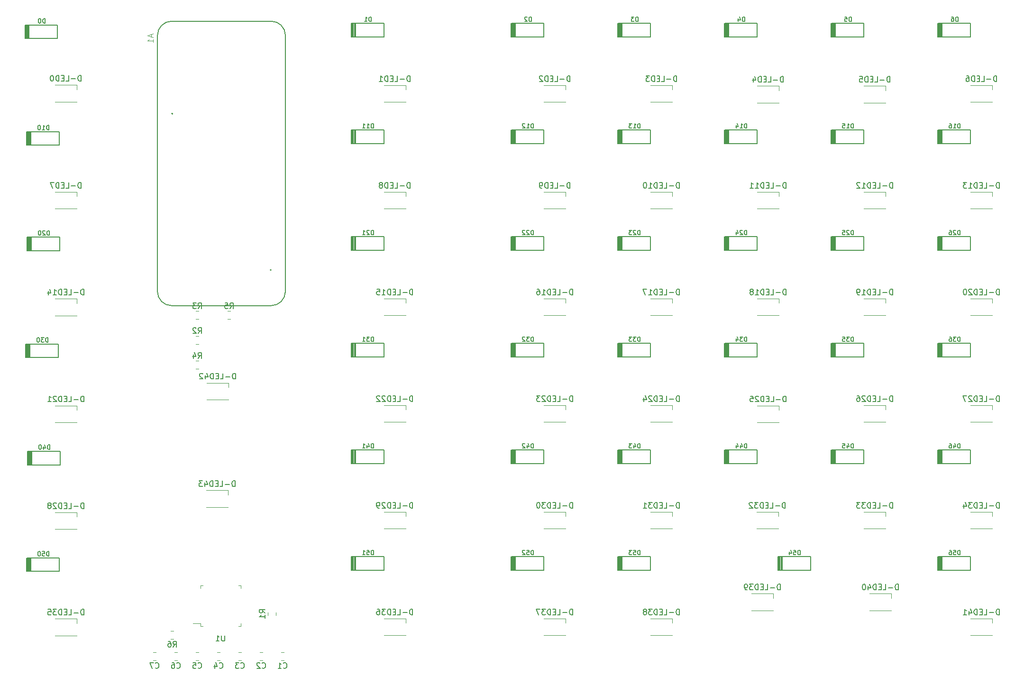
<source format=gbo>
G04 #@! TF.GenerationSoftware,KiCad,Pcbnew,5.1.5*
G04 #@! TF.CreationDate,2020-04-06T16:21:29-07:00*
G04 #@! TF.ProjectId,keyboard,6b657962-6f61-4726-942e-6b696361645f,rev?*
G04 #@! TF.SameCoordinates,Original*
G04 #@! TF.FileFunction,Legend,Bot*
G04 #@! TF.FilePolarity,Positive*
%FSLAX46Y46*%
G04 Gerber Fmt 4.6, Leading zero omitted, Abs format (unit mm)*
G04 Created by KiCad (PCBNEW 5.1.5) date 2020-04-06 16:21:29*
%MOMM*%
%LPD*%
G04 APERTURE LIST*
%ADD10C,0.120000*%
%ADD11C,0.200000*%
%ADD12C,0.127000*%
%ADD13C,0.150000*%
%ADD14C,0.015000*%
G04 APERTURE END LIST*
D10*
X156627110Y-62910850D02*
X152727110Y-62910850D01*
X156627110Y-59910850D02*
X152727110Y-59910850D01*
X156627110Y-60710850D02*
X156627110Y-59910850D01*
X91376000Y-156039350D02*
X90086000Y-156039350D01*
X91376000Y-156489350D02*
X91376000Y-156039350D01*
X91826000Y-156489350D02*
X91376000Y-156489350D01*
X98596000Y-156489350D02*
X98596000Y-156039350D01*
X98146000Y-156489350D02*
X98596000Y-156489350D01*
X91376000Y-149269350D02*
X91376000Y-149719350D01*
X91826000Y-149269350D02*
X91376000Y-149269350D01*
X98596000Y-149269350D02*
X98596000Y-149719350D01*
X98146000Y-149269350D02*
X98596000Y-149269350D01*
D11*
X104045860Y-92906850D02*
G75*
G03X104045860Y-92906850I-100000J0D01*
G01*
X86445860Y-64966850D02*
G75*
G03X86445860Y-64966850I-100000J0D01*
G01*
D12*
X86255860Y-48456850D02*
G75*
G03X83715860Y-50996850I0J-2540000D01*
G01*
X104035860Y-48456850D02*
X86255860Y-48456850D01*
X106575860Y-50996850D02*
G75*
G03X104035860Y-48456850I-2540000J0D01*
G01*
X106575860Y-96716850D02*
X106575860Y-50996850D01*
X104035860Y-99256850D02*
G75*
G03X106575860Y-96716850I0J2540000D01*
G01*
X86255860Y-99256850D02*
X104035860Y-99256850D01*
X83715860Y-96716850D02*
G75*
G03X86255860Y-99256850I2540000J0D01*
G01*
X83715860Y-50996850D02*
X83715860Y-96716850D01*
D11*
X124139610Y-48844350D02*
X118339610Y-48844350D01*
X124139610Y-51244350D02*
X124139610Y-48844350D01*
X118339610Y-51244350D02*
X124139610Y-51244350D01*
X118414610Y-51244350D02*
X118414610Y-48844350D01*
X118539610Y-51244350D02*
X118539610Y-48844350D01*
X118314610Y-48844350D02*
X118314610Y-51244350D01*
X118714610Y-51244350D02*
X118714610Y-48844350D01*
X118889610Y-51244350D02*
X118889610Y-48844350D01*
X119064610Y-51244350D02*
X119064610Y-48844350D01*
X152714610Y-48844350D02*
X146914610Y-48844350D01*
X152714610Y-51244350D02*
X152714610Y-48844350D01*
X146914610Y-51244350D02*
X152714610Y-51244350D01*
X146989610Y-51244350D02*
X146989610Y-48844350D01*
X147114610Y-51244350D02*
X147114610Y-48844350D01*
X146889610Y-48844350D02*
X146889610Y-51244350D01*
X147289610Y-51244350D02*
X147289610Y-48844350D01*
X147464610Y-51244350D02*
X147464610Y-48844350D01*
X147639610Y-51244350D02*
X147639610Y-48844350D01*
X171764610Y-48844350D02*
X165964610Y-48844350D01*
X171764610Y-51244350D02*
X171764610Y-48844350D01*
X165964610Y-51244350D02*
X171764610Y-51244350D01*
X166039610Y-51244350D02*
X166039610Y-48844350D01*
X166164610Y-51244350D02*
X166164610Y-48844350D01*
X165939610Y-48844350D02*
X165939610Y-51244350D01*
X166339610Y-51244350D02*
X166339610Y-48844350D01*
X166514610Y-51244350D02*
X166514610Y-48844350D01*
X166689610Y-51244350D02*
X166689610Y-48844350D01*
X190814610Y-48844350D02*
X185014610Y-48844350D01*
X190814610Y-51244350D02*
X190814610Y-48844350D01*
X185014610Y-51244350D02*
X190814610Y-51244350D01*
X185089610Y-51244350D02*
X185089610Y-48844350D01*
X185214610Y-51244350D02*
X185214610Y-48844350D01*
X184989610Y-48844350D02*
X184989610Y-51244350D01*
X185389610Y-51244350D02*
X185389610Y-48844350D01*
X185564610Y-51244350D02*
X185564610Y-48844350D01*
X185739610Y-51244350D02*
X185739610Y-48844350D01*
X209864610Y-48844350D02*
X204064610Y-48844350D01*
X209864610Y-51244350D02*
X209864610Y-48844350D01*
X204064610Y-51244350D02*
X209864610Y-51244350D01*
X204139610Y-51244350D02*
X204139610Y-48844350D01*
X204264610Y-51244350D02*
X204264610Y-48844350D01*
X204039610Y-48844350D02*
X204039610Y-51244350D01*
X204439610Y-51244350D02*
X204439610Y-48844350D01*
X204614610Y-51244350D02*
X204614610Y-48844350D01*
X204789610Y-51244350D02*
X204789610Y-48844350D01*
X228914610Y-48844350D02*
X223114610Y-48844350D01*
X228914610Y-51244350D02*
X228914610Y-48844350D01*
X223114610Y-51244350D02*
X228914610Y-51244350D01*
X223189610Y-51244350D02*
X223189610Y-48844350D01*
X223314610Y-51244350D02*
X223314610Y-48844350D01*
X223089610Y-48844350D02*
X223089610Y-51244350D01*
X223489610Y-51244350D02*
X223489610Y-48844350D01*
X223664610Y-51244350D02*
X223664610Y-48844350D01*
X223839610Y-51244350D02*
X223839610Y-48844350D01*
X152714610Y-67894350D02*
X146914610Y-67894350D01*
X152714610Y-70294350D02*
X152714610Y-67894350D01*
X146914610Y-70294350D02*
X152714610Y-70294350D01*
X146989610Y-70294350D02*
X146989610Y-67894350D01*
X147114610Y-70294350D02*
X147114610Y-67894350D01*
X146889610Y-67894350D02*
X146889610Y-70294350D01*
X147289610Y-70294350D02*
X147289610Y-67894350D01*
X147464610Y-70294350D02*
X147464610Y-67894350D01*
X147639610Y-70294350D02*
X147639610Y-67894350D01*
X171764610Y-67894350D02*
X165964610Y-67894350D01*
X171764610Y-70294350D02*
X171764610Y-67894350D01*
X165964610Y-70294350D02*
X171764610Y-70294350D01*
X166039610Y-70294350D02*
X166039610Y-67894350D01*
X166164610Y-70294350D02*
X166164610Y-67894350D01*
X165939610Y-67894350D02*
X165939610Y-70294350D01*
X166339610Y-70294350D02*
X166339610Y-67894350D01*
X166514610Y-70294350D02*
X166514610Y-67894350D01*
X166689610Y-70294350D02*
X166689610Y-67894350D01*
X228914610Y-67894350D02*
X223114610Y-67894350D01*
X228914610Y-70294350D02*
X228914610Y-67894350D01*
X223114610Y-70294350D02*
X228914610Y-70294350D01*
X223189610Y-70294350D02*
X223189610Y-67894350D01*
X223314610Y-70294350D02*
X223314610Y-67894350D01*
X223089610Y-67894350D02*
X223089610Y-70294350D01*
X223489610Y-70294350D02*
X223489610Y-67894350D01*
X223664610Y-70294350D02*
X223664610Y-67894350D01*
X223839610Y-70294350D02*
X223839610Y-67894350D01*
X124139610Y-86944350D02*
X118339610Y-86944350D01*
X124139610Y-89344350D02*
X124139610Y-86944350D01*
X118339610Y-89344350D02*
X124139610Y-89344350D01*
X118414610Y-89344350D02*
X118414610Y-86944350D01*
X118539610Y-89344350D02*
X118539610Y-86944350D01*
X118314610Y-86944350D02*
X118314610Y-89344350D01*
X118714610Y-89344350D02*
X118714610Y-86944350D01*
X118889610Y-89344350D02*
X118889610Y-86944350D01*
X119064610Y-89344350D02*
X119064610Y-86944350D01*
X152714610Y-86944350D02*
X146914610Y-86944350D01*
X152714610Y-89344350D02*
X152714610Y-86944350D01*
X146914610Y-89344350D02*
X152714610Y-89344350D01*
X146989610Y-89344350D02*
X146989610Y-86944350D01*
X147114610Y-89344350D02*
X147114610Y-86944350D01*
X146889610Y-86944350D02*
X146889610Y-89344350D01*
X147289610Y-89344350D02*
X147289610Y-86944350D01*
X147464610Y-89344350D02*
X147464610Y-86944350D01*
X147639610Y-89344350D02*
X147639610Y-86944350D01*
X171764610Y-86944350D02*
X165964610Y-86944350D01*
X171764610Y-89344350D02*
X171764610Y-86944350D01*
X165964610Y-89344350D02*
X171764610Y-89344350D01*
X166039610Y-89344350D02*
X166039610Y-86944350D01*
X166164610Y-89344350D02*
X166164610Y-86944350D01*
X165939610Y-86944350D02*
X165939610Y-89344350D01*
X166339610Y-89344350D02*
X166339610Y-86944350D01*
X166514610Y-89344350D02*
X166514610Y-86944350D01*
X166689610Y-89344350D02*
X166689610Y-86944350D01*
X190814610Y-86944350D02*
X185014610Y-86944350D01*
X190814610Y-89344350D02*
X190814610Y-86944350D01*
X185014610Y-89344350D02*
X190814610Y-89344350D01*
X185089610Y-89344350D02*
X185089610Y-86944350D01*
X185214610Y-89344350D02*
X185214610Y-86944350D01*
X184989610Y-86944350D02*
X184989610Y-89344350D01*
X185389610Y-89344350D02*
X185389610Y-86944350D01*
X185564610Y-89344350D02*
X185564610Y-86944350D01*
X185739610Y-89344350D02*
X185739610Y-86944350D01*
X209864610Y-86944350D02*
X204064610Y-86944350D01*
X209864610Y-89344350D02*
X209864610Y-86944350D01*
X204064610Y-89344350D02*
X209864610Y-89344350D01*
X204139610Y-89344350D02*
X204139610Y-86944350D01*
X204264610Y-89344350D02*
X204264610Y-86944350D01*
X204039610Y-86944350D02*
X204039610Y-89344350D01*
X204439610Y-89344350D02*
X204439610Y-86944350D01*
X204614610Y-89344350D02*
X204614610Y-86944350D01*
X204789610Y-89344350D02*
X204789610Y-86944350D01*
X124139610Y-105994350D02*
X118339610Y-105994350D01*
X124139610Y-108394350D02*
X124139610Y-105994350D01*
X118339610Y-108394350D02*
X124139610Y-108394350D01*
X118414610Y-108394350D02*
X118414610Y-105994350D01*
X118539610Y-108394350D02*
X118539610Y-105994350D01*
X118314610Y-105994350D02*
X118314610Y-108394350D01*
X118714610Y-108394350D02*
X118714610Y-105994350D01*
X118889610Y-108394350D02*
X118889610Y-105994350D01*
X119064610Y-108394350D02*
X119064610Y-105994350D01*
X152714610Y-105994350D02*
X146914610Y-105994350D01*
X152714610Y-108394350D02*
X152714610Y-105994350D01*
X146914610Y-108394350D02*
X152714610Y-108394350D01*
X146989610Y-108394350D02*
X146989610Y-105994350D01*
X147114610Y-108394350D02*
X147114610Y-105994350D01*
X146889610Y-105994350D02*
X146889610Y-108394350D01*
X147289610Y-108394350D02*
X147289610Y-105994350D01*
X147464610Y-108394350D02*
X147464610Y-105994350D01*
X147639610Y-108394350D02*
X147639610Y-105994350D01*
X171764610Y-105994350D02*
X165964610Y-105994350D01*
X171764610Y-108394350D02*
X171764610Y-105994350D01*
X165964610Y-108394350D02*
X171764610Y-108394350D01*
X166039610Y-108394350D02*
X166039610Y-105994350D01*
X166164610Y-108394350D02*
X166164610Y-105994350D01*
X165939610Y-105994350D02*
X165939610Y-108394350D01*
X166339610Y-108394350D02*
X166339610Y-105994350D01*
X166514610Y-108394350D02*
X166514610Y-105994350D01*
X166689610Y-108394350D02*
X166689610Y-105994350D01*
X171764610Y-144094350D02*
X165964610Y-144094350D01*
X171764610Y-146494350D02*
X171764610Y-144094350D01*
X165964610Y-146494350D02*
X171764610Y-146494350D01*
X166039610Y-146494350D02*
X166039610Y-144094350D01*
X166164610Y-146494350D02*
X166164610Y-144094350D01*
X165939610Y-144094350D02*
X165939610Y-146494350D01*
X166339610Y-146494350D02*
X166339610Y-144094350D01*
X166514610Y-146494350D02*
X166514610Y-144094350D01*
X166689610Y-146494350D02*
X166689610Y-144094350D01*
X124139610Y-67894350D02*
X118339610Y-67894350D01*
X124139610Y-70294350D02*
X124139610Y-67894350D01*
X118339610Y-70294350D02*
X124139610Y-70294350D01*
X118414610Y-70294350D02*
X118414610Y-67894350D01*
X118539610Y-70294350D02*
X118539610Y-67894350D01*
X118314610Y-67894350D02*
X118314610Y-70294350D01*
X118714610Y-70294350D02*
X118714610Y-67894350D01*
X118889610Y-70294350D02*
X118889610Y-67894350D01*
X119064610Y-70294350D02*
X119064610Y-67894350D01*
X190814610Y-67894350D02*
X185014610Y-67894350D01*
X190814610Y-70294350D02*
X190814610Y-67894350D01*
X185014610Y-70294350D02*
X190814610Y-70294350D01*
X185089610Y-70294350D02*
X185089610Y-67894350D01*
X185214610Y-70294350D02*
X185214610Y-67894350D01*
X184989610Y-67894350D02*
X184989610Y-70294350D01*
X185389610Y-70294350D02*
X185389610Y-67894350D01*
X185564610Y-70294350D02*
X185564610Y-67894350D01*
X185739610Y-70294350D02*
X185739610Y-67894350D01*
X209864610Y-67894350D02*
X204064610Y-67894350D01*
X209864610Y-70294350D02*
X209864610Y-67894350D01*
X204064610Y-70294350D02*
X209864610Y-70294350D01*
X204139610Y-70294350D02*
X204139610Y-67894350D01*
X204264610Y-70294350D02*
X204264610Y-67894350D01*
X204039610Y-67894350D02*
X204039610Y-70294350D01*
X204439610Y-70294350D02*
X204439610Y-67894350D01*
X204614610Y-70294350D02*
X204614610Y-67894350D01*
X204789610Y-70294350D02*
X204789610Y-67894350D01*
X228914610Y-86944350D02*
X223114610Y-86944350D01*
X228914610Y-89344350D02*
X228914610Y-86944350D01*
X223114610Y-89344350D02*
X228914610Y-89344350D01*
X223189610Y-89344350D02*
X223189610Y-86944350D01*
X223314610Y-89344350D02*
X223314610Y-86944350D01*
X223089610Y-86944350D02*
X223089610Y-89344350D01*
X223489610Y-89344350D02*
X223489610Y-86944350D01*
X223664610Y-89344350D02*
X223664610Y-86944350D01*
X223839610Y-89344350D02*
X223839610Y-86944350D01*
X190814610Y-105994350D02*
X185014610Y-105994350D01*
X190814610Y-108394350D02*
X190814610Y-105994350D01*
X185014610Y-108394350D02*
X190814610Y-108394350D01*
X185089610Y-108394350D02*
X185089610Y-105994350D01*
X185214610Y-108394350D02*
X185214610Y-105994350D01*
X184989610Y-105994350D02*
X184989610Y-108394350D01*
X185389610Y-108394350D02*
X185389610Y-105994350D01*
X185564610Y-108394350D02*
X185564610Y-105994350D01*
X185739610Y-108394350D02*
X185739610Y-105994350D01*
X209864610Y-105994350D02*
X204064610Y-105994350D01*
X209864610Y-108394350D02*
X209864610Y-105994350D01*
X204064610Y-108394350D02*
X209864610Y-108394350D01*
X204139610Y-108394350D02*
X204139610Y-105994350D01*
X204264610Y-108394350D02*
X204264610Y-105994350D01*
X204039610Y-105994350D02*
X204039610Y-108394350D01*
X204439610Y-108394350D02*
X204439610Y-105994350D01*
X204614610Y-108394350D02*
X204614610Y-105994350D01*
X204789610Y-108394350D02*
X204789610Y-105994350D01*
X228914610Y-105994350D02*
X223114610Y-105994350D01*
X228914610Y-108394350D02*
X228914610Y-105994350D01*
X223114610Y-108394350D02*
X228914610Y-108394350D01*
X223189610Y-108394350D02*
X223189610Y-105994350D01*
X223314610Y-108394350D02*
X223314610Y-105994350D01*
X223089610Y-105994350D02*
X223089610Y-108394350D01*
X223489610Y-108394350D02*
X223489610Y-105994350D01*
X223664610Y-108394350D02*
X223664610Y-105994350D01*
X223839610Y-108394350D02*
X223839610Y-105994350D01*
X124139610Y-125044350D02*
X118339610Y-125044350D01*
X124139610Y-127444350D02*
X124139610Y-125044350D01*
X118339610Y-127444350D02*
X124139610Y-127444350D01*
X118414610Y-127444350D02*
X118414610Y-125044350D01*
X118539610Y-127444350D02*
X118539610Y-125044350D01*
X118314610Y-125044350D02*
X118314610Y-127444350D01*
X118714610Y-127444350D02*
X118714610Y-125044350D01*
X118889610Y-127444350D02*
X118889610Y-125044350D01*
X119064610Y-127444350D02*
X119064610Y-125044350D01*
X152714610Y-125044350D02*
X146914610Y-125044350D01*
X152714610Y-127444350D02*
X152714610Y-125044350D01*
X146914610Y-127444350D02*
X152714610Y-127444350D01*
X146989610Y-127444350D02*
X146989610Y-125044350D01*
X147114610Y-127444350D02*
X147114610Y-125044350D01*
X146889610Y-125044350D02*
X146889610Y-127444350D01*
X147289610Y-127444350D02*
X147289610Y-125044350D01*
X147464610Y-127444350D02*
X147464610Y-125044350D01*
X147639610Y-127444350D02*
X147639610Y-125044350D01*
X171764610Y-125044350D02*
X165964610Y-125044350D01*
X171764610Y-127444350D02*
X171764610Y-125044350D01*
X165964610Y-127444350D02*
X171764610Y-127444350D01*
X166039610Y-127444350D02*
X166039610Y-125044350D01*
X166164610Y-127444350D02*
X166164610Y-125044350D01*
X165939610Y-125044350D02*
X165939610Y-127444350D01*
X166339610Y-127444350D02*
X166339610Y-125044350D01*
X166514610Y-127444350D02*
X166514610Y-125044350D01*
X166689610Y-127444350D02*
X166689610Y-125044350D01*
X190814610Y-125044350D02*
X185014610Y-125044350D01*
X190814610Y-127444350D02*
X190814610Y-125044350D01*
X185014610Y-127444350D02*
X190814610Y-127444350D01*
X185089610Y-127444350D02*
X185089610Y-125044350D01*
X185214610Y-127444350D02*
X185214610Y-125044350D01*
X184989610Y-125044350D02*
X184989610Y-127444350D01*
X185389610Y-127444350D02*
X185389610Y-125044350D01*
X185564610Y-127444350D02*
X185564610Y-125044350D01*
X185739610Y-127444350D02*
X185739610Y-125044350D01*
X209864610Y-125044350D02*
X204064610Y-125044350D01*
X209864610Y-127444350D02*
X209864610Y-125044350D01*
X204064610Y-127444350D02*
X209864610Y-127444350D01*
X204139610Y-127444350D02*
X204139610Y-125044350D01*
X204264610Y-127444350D02*
X204264610Y-125044350D01*
X204039610Y-125044350D02*
X204039610Y-127444350D01*
X204439610Y-127444350D02*
X204439610Y-125044350D01*
X204614610Y-127444350D02*
X204614610Y-125044350D01*
X204789610Y-127444350D02*
X204789610Y-125044350D01*
X228914610Y-125044350D02*
X223114610Y-125044350D01*
X228914610Y-127444350D02*
X228914610Y-125044350D01*
X223114610Y-127444350D02*
X228914610Y-127444350D01*
X223189610Y-127444350D02*
X223189610Y-125044350D01*
X223314610Y-127444350D02*
X223314610Y-125044350D01*
X223089610Y-125044350D02*
X223089610Y-127444350D01*
X223489610Y-127444350D02*
X223489610Y-125044350D01*
X223664610Y-127444350D02*
X223664610Y-125044350D01*
X223839610Y-127444350D02*
X223839610Y-125044350D01*
X124139610Y-144094350D02*
X118339610Y-144094350D01*
X124139610Y-146494350D02*
X124139610Y-144094350D01*
X118339610Y-146494350D02*
X124139610Y-146494350D01*
X118414610Y-146494350D02*
X118414610Y-144094350D01*
X118539610Y-146494350D02*
X118539610Y-144094350D01*
X118314610Y-144094350D02*
X118314610Y-146494350D01*
X118714610Y-146494350D02*
X118714610Y-144094350D01*
X118889610Y-146494350D02*
X118889610Y-144094350D01*
X119064610Y-146494350D02*
X119064610Y-144094350D01*
X152714610Y-144094350D02*
X146914610Y-144094350D01*
X152714610Y-146494350D02*
X152714610Y-144094350D01*
X146914610Y-146494350D02*
X152714610Y-146494350D01*
X146989610Y-146494350D02*
X146989610Y-144094350D01*
X147114610Y-146494350D02*
X147114610Y-144094350D01*
X146889610Y-144094350D02*
X146889610Y-146494350D01*
X147289610Y-146494350D02*
X147289610Y-144094350D01*
X147464610Y-146494350D02*
X147464610Y-144094350D01*
X147639610Y-146494350D02*
X147639610Y-144094350D01*
X200339610Y-144094350D02*
X194539610Y-144094350D01*
X200339610Y-146494350D02*
X200339610Y-144094350D01*
X194539610Y-146494350D02*
X200339610Y-146494350D01*
X194614610Y-146494350D02*
X194614610Y-144094350D01*
X194739610Y-146494350D02*
X194739610Y-144094350D01*
X194514610Y-144094350D02*
X194514610Y-146494350D01*
X194914610Y-146494350D02*
X194914610Y-144094350D01*
X195089610Y-146494350D02*
X195089610Y-144094350D01*
X195264610Y-146494350D02*
X195264610Y-144094350D01*
X228914610Y-144094350D02*
X223114610Y-144094350D01*
X228914610Y-146494350D02*
X228914610Y-144094350D01*
X223114610Y-146494350D02*
X228914610Y-146494350D01*
X223189610Y-146494350D02*
X223189610Y-144094350D01*
X223314610Y-146494350D02*
X223314610Y-144094350D01*
X223089610Y-144094350D02*
X223089610Y-146494350D01*
X223489610Y-146494350D02*
X223489610Y-144094350D01*
X223664610Y-146494350D02*
X223664610Y-144094350D01*
X223839610Y-146494350D02*
X223839610Y-144094350D01*
D10*
X91066252Y-106120000D02*
X90543748Y-106120000D01*
X91066252Y-104700000D02*
X90543748Y-104700000D01*
X91066252Y-101675000D02*
X90543748Y-101675000D01*
X91066252Y-100255000D02*
X90543748Y-100255000D01*
X91066252Y-110565000D02*
X90543748Y-110565000D01*
X91066252Y-109145000D02*
X90543748Y-109145000D01*
X96781252Y-101675000D02*
X96258748Y-101675000D01*
X96781252Y-100255000D02*
X96258748Y-100255000D01*
X105783748Y-161215000D02*
X106306252Y-161215000D01*
X105783748Y-162635000D02*
X106306252Y-162635000D01*
X101973748Y-161215000D02*
X102496252Y-161215000D01*
X101973748Y-162635000D02*
X102496252Y-162635000D01*
X98163748Y-161215000D02*
X98686252Y-161215000D01*
X98163748Y-162635000D02*
X98686252Y-162635000D01*
X94353748Y-161215000D02*
X94876252Y-161215000D01*
X94353748Y-162635000D02*
X94876252Y-162635000D01*
X90543748Y-161215000D02*
X91066252Y-161215000D01*
X90543748Y-162635000D02*
X91066252Y-162635000D01*
X86733748Y-161215000D02*
X87256252Y-161215000D01*
X86733748Y-162635000D02*
X87256252Y-162635000D01*
X82923748Y-161215000D02*
X83446252Y-161215000D01*
X82923748Y-162635000D02*
X83446252Y-162635000D01*
X128052110Y-62910850D02*
X124152110Y-62910850D01*
X128052110Y-59910850D02*
X124152110Y-59910850D01*
X128052110Y-60710850D02*
X128052110Y-59910850D01*
X175677110Y-62910850D02*
X171777110Y-62910850D01*
X175677110Y-59910850D02*
X171777110Y-59910850D01*
X175677110Y-60710850D02*
X175677110Y-59910850D01*
X194727110Y-63037850D02*
X190827110Y-63037850D01*
X194727110Y-60037850D02*
X190827110Y-60037850D01*
X194727110Y-60837850D02*
X194727110Y-60037850D01*
X213777110Y-63037850D02*
X209877110Y-63037850D01*
X213777110Y-60037850D02*
X209877110Y-60037850D01*
X213777110Y-60837850D02*
X213777110Y-60037850D01*
X232827110Y-62910850D02*
X228927110Y-62910850D01*
X232827110Y-59910850D02*
X228927110Y-59910850D01*
X232827110Y-60710850D02*
X232827110Y-59910850D01*
X128052110Y-81960850D02*
X124152110Y-81960850D01*
X128052110Y-78960850D02*
X124152110Y-78960850D01*
X128052110Y-79760850D02*
X128052110Y-78960850D01*
X156627110Y-81960850D02*
X152727110Y-81960850D01*
X156627110Y-78960850D02*
X152727110Y-78960850D01*
X156627110Y-79760850D02*
X156627110Y-78960850D01*
X175677110Y-81960850D02*
X171777110Y-81960850D01*
X175677110Y-78960850D02*
X171777110Y-78960850D01*
X175677110Y-79760850D02*
X175677110Y-78960850D01*
X194727110Y-81960850D02*
X190827110Y-81960850D01*
X194727110Y-78960850D02*
X190827110Y-78960850D01*
X194727110Y-79760850D02*
X194727110Y-78960850D01*
X213777110Y-81960850D02*
X209877110Y-81960850D01*
X213777110Y-78960850D02*
X209877110Y-78960850D01*
X213777110Y-79760850D02*
X213777110Y-78960850D01*
X232827110Y-81960850D02*
X228927110Y-81960850D01*
X232827110Y-78960850D02*
X228927110Y-78960850D01*
X232827110Y-79760850D02*
X232827110Y-78960850D01*
X128052110Y-101010850D02*
X124152110Y-101010850D01*
X128052110Y-98010850D02*
X124152110Y-98010850D01*
X128052110Y-98810850D02*
X128052110Y-98010850D01*
X156627110Y-101010850D02*
X152727110Y-101010850D01*
X156627110Y-98010850D02*
X152727110Y-98010850D01*
X156627110Y-98810850D02*
X156627110Y-98010850D01*
X175677110Y-101010850D02*
X171777110Y-101010850D01*
X175677110Y-98010850D02*
X171777110Y-98010850D01*
X175677110Y-98810850D02*
X175677110Y-98010850D01*
X194727110Y-101010850D02*
X190827110Y-101010850D01*
X194727110Y-98010850D02*
X190827110Y-98010850D01*
X194727110Y-98810850D02*
X194727110Y-98010850D01*
X213777110Y-101010850D02*
X209877110Y-101010850D01*
X213777110Y-98010850D02*
X209877110Y-98010850D01*
X213777110Y-98810850D02*
X213777110Y-98010850D01*
X232827110Y-101010850D02*
X228927110Y-101010850D01*
X232827110Y-98010850D02*
X228927110Y-98010850D01*
X232827110Y-98810850D02*
X232827110Y-98010850D01*
X128052110Y-120060850D02*
X124152110Y-120060850D01*
X128052110Y-117060850D02*
X124152110Y-117060850D01*
X128052110Y-117860850D02*
X128052110Y-117060850D01*
X156627110Y-120060850D02*
X152727110Y-120060850D01*
X156627110Y-117060850D02*
X152727110Y-117060850D01*
X156627110Y-117860850D02*
X156627110Y-117060850D01*
X175677110Y-120060850D02*
X171777110Y-120060850D01*
X175677110Y-117060850D02*
X171777110Y-117060850D01*
X175677110Y-117860850D02*
X175677110Y-117060850D01*
X213777110Y-120060850D02*
X209877110Y-120060850D01*
X213777110Y-117060850D02*
X209877110Y-117060850D01*
X213777110Y-117860850D02*
X213777110Y-117060850D01*
X232827110Y-120060850D02*
X228927110Y-120060850D01*
X232827110Y-117060850D02*
X228927110Y-117060850D01*
X232827110Y-117860850D02*
X232827110Y-117060850D01*
X128052110Y-139110850D02*
X124152110Y-139110850D01*
X128052110Y-136110850D02*
X124152110Y-136110850D01*
X128052110Y-136910850D02*
X128052110Y-136110850D01*
X156627110Y-139110850D02*
X152727110Y-139110850D01*
X156627110Y-136110850D02*
X152727110Y-136110850D01*
X156627110Y-136910850D02*
X156627110Y-136110850D01*
X175677110Y-139110850D02*
X171777110Y-139110850D01*
X175677110Y-136110850D02*
X171777110Y-136110850D01*
X175677110Y-136910850D02*
X175677110Y-136110850D01*
X194600110Y-139110850D02*
X190700110Y-139110850D01*
X194600110Y-136110850D02*
X190700110Y-136110850D01*
X194600110Y-136910850D02*
X194600110Y-136110850D01*
X213777110Y-139110850D02*
X209877110Y-139110850D01*
X213777110Y-136110850D02*
X209877110Y-136110850D01*
X213777110Y-136910850D02*
X213777110Y-136110850D01*
X232827110Y-139110850D02*
X228927110Y-139110850D01*
X232827110Y-136110850D02*
X228927110Y-136110850D01*
X232827110Y-136910850D02*
X232827110Y-136110850D01*
X128052110Y-158160850D02*
X124152110Y-158160850D01*
X128052110Y-155160850D02*
X124152110Y-155160850D01*
X128052110Y-155960850D02*
X128052110Y-155160850D01*
X156627110Y-158160850D02*
X152727110Y-158160850D01*
X156627110Y-155160850D02*
X152727110Y-155160850D01*
X156627110Y-155960850D02*
X156627110Y-155160850D01*
X175677110Y-158160850D02*
X171777110Y-158160850D01*
X175677110Y-155160850D02*
X171777110Y-155160850D01*
X175677110Y-155960850D02*
X175677110Y-155160850D01*
X193711110Y-153715850D02*
X189811110Y-153715850D01*
X193711110Y-150715850D02*
X189811110Y-150715850D01*
X193711110Y-151515850D02*
X193711110Y-150715850D01*
X214793110Y-153715850D02*
X210893110Y-153715850D01*
X214793110Y-150715850D02*
X210893110Y-150715850D01*
X214793110Y-151515850D02*
X214793110Y-150715850D01*
X232827110Y-158160850D02*
X228927110Y-158160850D01*
X232827110Y-155160850D02*
X228927110Y-155160850D01*
X232827110Y-155960850D02*
X232827110Y-155160850D01*
X96425300Y-116054000D02*
X92525300Y-116054000D01*
X96425300Y-113054000D02*
X92525300Y-113054000D01*
X96425300Y-113854000D02*
X96425300Y-113054000D01*
X96336400Y-135256400D02*
X92436400Y-135256400D01*
X96336400Y-132256400D02*
X92436400Y-132256400D01*
X96336400Y-133056400D02*
X96336400Y-132256400D01*
X104850000Y-154043748D02*
X104850000Y-154566252D01*
X103430000Y-154043748D02*
X103430000Y-154566252D01*
X86098748Y-157405000D02*
X86621252Y-157405000D01*
X86098748Y-158825000D02*
X86621252Y-158825000D01*
X194736000Y-120118000D02*
X190836000Y-120118000D01*
X194736000Y-117118000D02*
X190836000Y-117118000D01*
X194736000Y-117918000D02*
X194736000Y-117118000D01*
D11*
X60805900Y-51555500D02*
X60805900Y-49155500D01*
X60630900Y-51555500D02*
X60630900Y-49155500D01*
X60455900Y-51555500D02*
X60455900Y-49155500D01*
X60055900Y-49155500D02*
X60055900Y-51555500D01*
X60280900Y-51555500D02*
X60280900Y-49155500D01*
X60155900Y-51555500D02*
X60155900Y-49155500D01*
X60080900Y-51555500D02*
X65880900Y-51555500D01*
X65880900Y-51555500D02*
X65880900Y-49155500D01*
X65880900Y-49155500D02*
X60080900Y-49155500D01*
X66173000Y-68205500D02*
X60373000Y-68205500D01*
X66173000Y-70605500D02*
X66173000Y-68205500D01*
X60373000Y-70605500D02*
X66173000Y-70605500D01*
X60448000Y-70605500D02*
X60448000Y-68205500D01*
X60573000Y-70605500D02*
X60573000Y-68205500D01*
X60348000Y-68205500D02*
X60348000Y-70605500D01*
X60748000Y-70605500D02*
X60748000Y-68205500D01*
X60923000Y-70605500D02*
X60923000Y-68205500D01*
X61098000Y-70605500D02*
X61098000Y-68205500D01*
X61174200Y-89426900D02*
X61174200Y-87026900D01*
X60999200Y-89426900D02*
X60999200Y-87026900D01*
X60824200Y-89426900D02*
X60824200Y-87026900D01*
X60424200Y-87026900D02*
X60424200Y-89426900D01*
X60649200Y-89426900D02*
X60649200Y-87026900D01*
X60524200Y-89426900D02*
X60524200Y-87026900D01*
X60449200Y-89426900D02*
X66249200Y-89426900D01*
X66249200Y-89426900D02*
X66249200Y-87026900D01*
X66249200Y-87026900D02*
X60449200Y-87026900D01*
X65995200Y-106127700D02*
X60195200Y-106127700D01*
X65995200Y-108527700D02*
X65995200Y-106127700D01*
X60195200Y-108527700D02*
X65995200Y-108527700D01*
X60270200Y-108527700D02*
X60270200Y-106127700D01*
X60395200Y-108527700D02*
X60395200Y-106127700D01*
X60170200Y-106127700D02*
X60170200Y-108527700D01*
X60570200Y-108527700D02*
X60570200Y-106127700D01*
X60745200Y-108527700D02*
X60745200Y-106127700D01*
X60920200Y-108527700D02*
X60920200Y-106127700D01*
X66325400Y-125292000D02*
X60525400Y-125292000D01*
X66325400Y-127692000D02*
X66325400Y-125292000D01*
X60525400Y-127692000D02*
X66325400Y-127692000D01*
X60600400Y-127692000D02*
X60600400Y-125292000D01*
X60725400Y-127692000D02*
X60725400Y-125292000D01*
X60500400Y-125292000D02*
X60500400Y-127692000D01*
X60900400Y-127692000D02*
X60900400Y-125292000D01*
X61075400Y-127692000D02*
X61075400Y-125292000D01*
X61250400Y-127692000D02*
X61250400Y-125292000D01*
X61110700Y-146729300D02*
X61110700Y-144329300D01*
X60935700Y-146729300D02*
X60935700Y-144329300D01*
X60760700Y-146729300D02*
X60760700Y-144329300D01*
X60360700Y-144329300D02*
X60360700Y-146729300D01*
X60585700Y-146729300D02*
X60585700Y-144329300D01*
X60460700Y-146729300D02*
X60460700Y-144329300D01*
X60385700Y-146729300D02*
X66185700Y-146729300D01*
X66185700Y-146729300D02*
X66185700Y-144329300D01*
X66185700Y-144329300D02*
X60385700Y-144329300D01*
D10*
X69310800Y-62841000D02*
X65410800Y-62841000D01*
X69310800Y-59841000D02*
X65410800Y-59841000D01*
X69310800Y-60641000D02*
X69310800Y-59841000D01*
X69310800Y-79754500D02*
X69310800Y-78954500D01*
X69310800Y-78954500D02*
X65410800Y-78954500D01*
X69310800Y-81954500D02*
X65410800Y-81954500D01*
X69310800Y-101029900D02*
X65410800Y-101029900D01*
X69310800Y-98029900D02*
X65410800Y-98029900D01*
X69310800Y-98829900D02*
X69310800Y-98029900D01*
X69336200Y-117918000D02*
X69336200Y-117118000D01*
X69336200Y-117118000D02*
X65436200Y-117118000D01*
X69336200Y-120118000D02*
X65436200Y-120118000D01*
X69323500Y-136980700D02*
X69323500Y-136180700D01*
X69323500Y-136180700D02*
X65423500Y-136180700D01*
X69323500Y-139180700D02*
X65423500Y-139180700D01*
X69323500Y-158192600D02*
X65423500Y-158192600D01*
X69323500Y-155192600D02*
X65423500Y-155192600D01*
X69323500Y-155992600D02*
X69323500Y-155192600D01*
D13*
X157391395Y-59213230D02*
X157391395Y-58213230D01*
X157153300Y-58213230D01*
X157010443Y-58260850D01*
X156915205Y-58356088D01*
X156867586Y-58451326D01*
X156819967Y-58641802D01*
X156819967Y-58784659D01*
X156867586Y-58975135D01*
X156915205Y-59070373D01*
X157010443Y-59165611D01*
X157153300Y-59213230D01*
X157391395Y-59213230D01*
X156391395Y-58832278D02*
X155629490Y-58832278D01*
X154677110Y-59213230D02*
X155153300Y-59213230D01*
X155153300Y-58213230D01*
X154343776Y-58689421D02*
X154010443Y-58689421D01*
X153867586Y-59213230D02*
X154343776Y-59213230D01*
X154343776Y-58213230D01*
X153867586Y-58213230D01*
X153439014Y-59213230D02*
X153439014Y-58213230D01*
X153200919Y-58213230D01*
X153058062Y-58260850D01*
X152962824Y-58356088D01*
X152915205Y-58451326D01*
X152867586Y-58641802D01*
X152867586Y-58784659D01*
X152915205Y-58975135D01*
X152962824Y-59070373D01*
X153058062Y-59165611D01*
X153200919Y-59213230D01*
X153439014Y-59213230D01*
X152486633Y-58308469D02*
X152439014Y-58260850D01*
X152343776Y-58213230D01*
X152105681Y-58213230D01*
X152010443Y-58260850D01*
X151962824Y-58308469D01*
X151915205Y-58403707D01*
X151915205Y-58498945D01*
X151962824Y-58641802D01*
X152534252Y-59213230D01*
X151915205Y-59213230D01*
X95747904Y-158181730D02*
X95747904Y-158991254D01*
X95700285Y-159086492D01*
X95652666Y-159134111D01*
X95557428Y-159181730D01*
X95366952Y-159181730D01*
X95271714Y-159134111D01*
X95224095Y-159086492D01*
X95176476Y-158991254D01*
X95176476Y-158181730D01*
X94176476Y-159181730D02*
X94747904Y-159181730D01*
X94462190Y-159181730D02*
X94462190Y-158181730D01*
X94557428Y-158324588D01*
X94652666Y-158419826D01*
X94747904Y-158467445D01*
D14*
X82637526Y-50817564D02*
X82637526Y-51293754D01*
X82923240Y-50722326D02*
X81923240Y-51055659D01*
X82923240Y-51388992D01*
X82923240Y-52246135D02*
X82923240Y-51674707D01*
X82923240Y-51960421D02*
X81923240Y-51960421D01*
X82066098Y-51865183D01*
X82161336Y-51769945D01*
X82208955Y-51674707D01*
D13*
X121930086Y-48481254D02*
X121930086Y-47681254D01*
X121739610Y-47681254D01*
X121625324Y-47719350D01*
X121549133Y-47795540D01*
X121511038Y-47871730D01*
X121472943Y-48024111D01*
X121472943Y-48138397D01*
X121511038Y-48290778D01*
X121549133Y-48366969D01*
X121625324Y-48443159D01*
X121739610Y-48481254D01*
X121930086Y-48481254D01*
X120711038Y-48481254D02*
X121168181Y-48481254D01*
X120939610Y-48481254D02*
X120939610Y-47681254D01*
X121015800Y-47795540D01*
X121091990Y-47871730D01*
X121168181Y-47909826D01*
X150505086Y-48481254D02*
X150505086Y-47681254D01*
X150314610Y-47681254D01*
X150200324Y-47719350D01*
X150124133Y-47795540D01*
X150086038Y-47871730D01*
X150047943Y-48024111D01*
X150047943Y-48138397D01*
X150086038Y-48290778D01*
X150124133Y-48366969D01*
X150200324Y-48443159D01*
X150314610Y-48481254D01*
X150505086Y-48481254D01*
X149743181Y-47757445D02*
X149705086Y-47719350D01*
X149628895Y-47681254D01*
X149438419Y-47681254D01*
X149362229Y-47719350D01*
X149324133Y-47757445D01*
X149286038Y-47833635D01*
X149286038Y-47909826D01*
X149324133Y-48024111D01*
X149781276Y-48481254D01*
X149286038Y-48481254D01*
X169555086Y-48481254D02*
X169555086Y-47681254D01*
X169364610Y-47681254D01*
X169250324Y-47719350D01*
X169174133Y-47795540D01*
X169136038Y-47871730D01*
X169097943Y-48024111D01*
X169097943Y-48138397D01*
X169136038Y-48290778D01*
X169174133Y-48366969D01*
X169250324Y-48443159D01*
X169364610Y-48481254D01*
X169555086Y-48481254D01*
X168831276Y-47681254D02*
X168336038Y-47681254D01*
X168602705Y-47986016D01*
X168488419Y-47986016D01*
X168412229Y-48024111D01*
X168374133Y-48062207D01*
X168336038Y-48138397D01*
X168336038Y-48328873D01*
X168374133Y-48405064D01*
X168412229Y-48443159D01*
X168488419Y-48481254D01*
X168716990Y-48481254D01*
X168793181Y-48443159D01*
X168831276Y-48405064D01*
X188605086Y-48481254D02*
X188605086Y-47681254D01*
X188414610Y-47681254D01*
X188300324Y-47719350D01*
X188224133Y-47795540D01*
X188186038Y-47871730D01*
X188147943Y-48024111D01*
X188147943Y-48138397D01*
X188186038Y-48290778D01*
X188224133Y-48366969D01*
X188300324Y-48443159D01*
X188414610Y-48481254D01*
X188605086Y-48481254D01*
X187462229Y-47947921D02*
X187462229Y-48481254D01*
X187652705Y-47643159D02*
X187843181Y-48214588D01*
X187347943Y-48214588D01*
X207655086Y-48481254D02*
X207655086Y-47681254D01*
X207464610Y-47681254D01*
X207350324Y-47719350D01*
X207274133Y-47795540D01*
X207236038Y-47871730D01*
X207197943Y-48024111D01*
X207197943Y-48138397D01*
X207236038Y-48290778D01*
X207274133Y-48366969D01*
X207350324Y-48443159D01*
X207464610Y-48481254D01*
X207655086Y-48481254D01*
X206474133Y-47681254D02*
X206855086Y-47681254D01*
X206893181Y-48062207D01*
X206855086Y-48024111D01*
X206778895Y-47986016D01*
X206588419Y-47986016D01*
X206512229Y-48024111D01*
X206474133Y-48062207D01*
X206436038Y-48138397D01*
X206436038Y-48328873D01*
X206474133Y-48405064D01*
X206512229Y-48443159D01*
X206588419Y-48481254D01*
X206778895Y-48481254D01*
X206855086Y-48443159D01*
X206893181Y-48405064D01*
X226705086Y-48481254D02*
X226705086Y-47681254D01*
X226514610Y-47681254D01*
X226400324Y-47719350D01*
X226324133Y-47795540D01*
X226286038Y-47871730D01*
X226247943Y-48024111D01*
X226247943Y-48138397D01*
X226286038Y-48290778D01*
X226324133Y-48366969D01*
X226400324Y-48443159D01*
X226514610Y-48481254D01*
X226705086Y-48481254D01*
X225562229Y-47681254D02*
X225714610Y-47681254D01*
X225790800Y-47719350D01*
X225828895Y-47757445D01*
X225905086Y-47871730D01*
X225943181Y-48024111D01*
X225943181Y-48328873D01*
X225905086Y-48405064D01*
X225866990Y-48443159D01*
X225790800Y-48481254D01*
X225638419Y-48481254D01*
X225562229Y-48443159D01*
X225524133Y-48405064D01*
X225486038Y-48328873D01*
X225486038Y-48138397D01*
X225524133Y-48062207D01*
X225562229Y-48024111D01*
X225638419Y-47986016D01*
X225790800Y-47986016D01*
X225866990Y-48024111D01*
X225905086Y-48062207D01*
X225943181Y-48138397D01*
X150886038Y-67531254D02*
X150886038Y-66731254D01*
X150695562Y-66731254D01*
X150581276Y-66769350D01*
X150505086Y-66845540D01*
X150466990Y-66921730D01*
X150428895Y-67074111D01*
X150428895Y-67188397D01*
X150466990Y-67340778D01*
X150505086Y-67416969D01*
X150581276Y-67493159D01*
X150695562Y-67531254D01*
X150886038Y-67531254D01*
X149666990Y-67531254D02*
X150124133Y-67531254D01*
X149895562Y-67531254D02*
X149895562Y-66731254D01*
X149971752Y-66845540D01*
X150047943Y-66921730D01*
X150124133Y-66959826D01*
X149362229Y-66807445D02*
X149324133Y-66769350D01*
X149247943Y-66731254D01*
X149057467Y-66731254D01*
X148981276Y-66769350D01*
X148943181Y-66807445D01*
X148905086Y-66883635D01*
X148905086Y-66959826D01*
X148943181Y-67074111D01*
X149400324Y-67531254D01*
X148905086Y-67531254D01*
X169936038Y-67531254D02*
X169936038Y-66731254D01*
X169745562Y-66731254D01*
X169631276Y-66769350D01*
X169555086Y-66845540D01*
X169516990Y-66921730D01*
X169478895Y-67074111D01*
X169478895Y-67188397D01*
X169516990Y-67340778D01*
X169555086Y-67416969D01*
X169631276Y-67493159D01*
X169745562Y-67531254D01*
X169936038Y-67531254D01*
X168716990Y-67531254D02*
X169174133Y-67531254D01*
X168945562Y-67531254D02*
X168945562Y-66731254D01*
X169021752Y-66845540D01*
X169097943Y-66921730D01*
X169174133Y-66959826D01*
X168450324Y-66731254D02*
X167955086Y-66731254D01*
X168221752Y-67036016D01*
X168107467Y-67036016D01*
X168031276Y-67074111D01*
X167993181Y-67112207D01*
X167955086Y-67188397D01*
X167955086Y-67378873D01*
X167993181Y-67455064D01*
X168031276Y-67493159D01*
X168107467Y-67531254D01*
X168336038Y-67531254D01*
X168412229Y-67493159D01*
X168450324Y-67455064D01*
X227086038Y-67531254D02*
X227086038Y-66731254D01*
X226895562Y-66731254D01*
X226781276Y-66769350D01*
X226705086Y-66845540D01*
X226666990Y-66921730D01*
X226628895Y-67074111D01*
X226628895Y-67188397D01*
X226666990Y-67340778D01*
X226705086Y-67416969D01*
X226781276Y-67493159D01*
X226895562Y-67531254D01*
X227086038Y-67531254D01*
X225866990Y-67531254D02*
X226324133Y-67531254D01*
X226095562Y-67531254D02*
X226095562Y-66731254D01*
X226171752Y-66845540D01*
X226247943Y-66921730D01*
X226324133Y-66959826D01*
X225181276Y-66731254D02*
X225333657Y-66731254D01*
X225409848Y-66769350D01*
X225447943Y-66807445D01*
X225524133Y-66921730D01*
X225562229Y-67074111D01*
X225562229Y-67378873D01*
X225524133Y-67455064D01*
X225486038Y-67493159D01*
X225409848Y-67531254D01*
X225257467Y-67531254D01*
X225181276Y-67493159D01*
X225143181Y-67455064D01*
X225105086Y-67378873D01*
X225105086Y-67188397D01*
X225143181Y-67112207D01*
X225181276Y-67074111D01*
X225257467Y-67036016D01*
X225409848Y-67036016D01*
X225486038Y-67074111D01*
X225524133Y-67112207D01*
X225562229Y-67188397D01*
X122311038Y-86581254D02*
X122311038Y-85781254D01*
X122120562Y-85781254D01*
X122006276Y-85819350D01*
X121930086Y-85895540D01*
X121891990Y-85971730D01*
X121853895Y-86124111D01*
X121853895Y-86238397D01*
X121891990Y-86390778D01*
X121930086Y-86466969D01*
X122006276Y-86543159D01*
X122120562Y-86581254D01*
X122311038Y-86581254D01*
X121549133Y-85857445D02*
X121511038Y-85819350D01*
X121434848Y-85781254D01*
X121244371Y-85781254D01*
X121168181Y-85819350D01*
X121130086Y-85857445D01*
X121091990Y-85933635D01*
X121091990Y-86009826D01*
X121130086Y-86124111D01*
X121587229Y-86581254D01*
X121091990Y-86581254D01*
X120330086Y-86581254D02*
X120787229Y-86581254D01*
X120558657Y-86581254D02*
X120558657Y-85781254D01*
X120634848Y-85895540D01*
X120711038Y-85971730D01*
X120787229Y-86009826D01*
X150886038Y-86581254D02*
X150886038Y-85781254D01*
X150695562Y-85781254D01*
X150581276Y-85819350D01*
X150505086Y-85895540D01*
X150466990Y-85971730D01*
X150428895Y-86124111D01*
X150428895Y-86238397D01*
X150466990Y-86390778D01*
X150505086Y-86466969D01*
X150581276Y-86543159D01*
X150695562Y-86581254D01*
X150886038Y-86581254D01*
X150124133Y-85857445D02*
X150086038Y-85819350D01*
X150009848Y-85781254D01*
X149819371Y-85781254D01*
X149743181Y-85819350D01*
X149705086Y-85857445D01*
X149666990Y-85933635D01*
X149666990Y-86009826D01*
X149705086Y-86124111D01*
X150162229Y-86581254D01*
X149666990Y-86581254D01*
X149362229Y-85857445D02*
X149324133Y-85819350D01*
X149247943Y-85781254D01*
X149057467Y-85781254D01*
X148981276Y-85819350D01*
X148943181Y-85857445D01*
X148905086Y-85933635D01*
X148905086Y-86009826D01*
X148943181Y-86124111D01*
X149400324Y-86581254D01*
X148905086Y-86581254D01*
X169936038Y-86581254D02*
X169936038Y-85781254D01*
X169745562Y-85781254D01*
X169631276Y-85819350D01*
X169555086Y-85895540D01*
X169516990Y-85971730D01*
X169478895Y-86124111D01*
X169478895Y-86238397D01*
X169516990Y-86390778D01*
X169555086Y-86466969D01*
X169631276Y-86543159D01*
X169745562Y-86581254D01*
X169936038Y-86581254D01*
X169174133Y-85857445D02*
X169136038Y-85819350D01*
X169059848Y-85781254D01*
X168869371Y-85781254D01*
X168793181Y-85819350D01*
X168755086Y-85857445D01*
X168716990Y-85933635D01*
X168716990Y-86009826D01*
X168755086Y-86124111D01*
X169212229Y-86581254D01*
X168716990Y-86581254D01*
X168450324Y-85781254D02*
X167955086Y-85781254D01*
X168221752Y-86086016D01*
X168107467Y-86086016D01*
X168031276Y-86124111D01*
X167993181Y-86162207D01*
X167955086Y-86238397D01*
X167955086Y-86428873D01*
X167993181Y-86505064D01*
X168031276Y-86543159D01*
X168107467Y-86581254D01*
X168336038Y-86581254D01*
X168412229Y-86543159D01*
X168450324Y-86505064D01*
X188986038Y-86581254D02*
X188986038Y-85781254D01*
X188795562Y-85781254D01*
X188681276Y-85819350D01*
X188605086Y-85895540D01*
X188566990Y-85971730D01*
X188528895Y-86124111D01*
X188528895Y-86238397D01*
X188566990Y-86390778D01*
X188605086Y-86466969D01*
X188681276Y-86543159D01*
X188795562Y-86581254D01*
X188986038Y-86581254D01*
X188224133Y-85857445D02*
X188186038Y-85819350D01*
X188109848Y-85781254D01*
X187919371Y-85781254D01*
X187843181Y-85819350D01*
X187805086Y-85857445D01*
X187766990Y-85933635D01*
X187766990Y-86009826D01*
X187805086Y-86124111D01*
X188262229Y-86581254D01*
X187766990Y-86581254D01*
X187081276Y-86047921D02*
X187081276Y-86581254D01*
X187271752Y-85743159D02*
X187462229Y-86314588D01*
X186966990Y-86314588D01*
X208036038Y-86581254D02*
X208036038Y-85781254D01*
X207845562Y-85781254D01*
X207731276Y-85819350D01*
X207655086Y-85895540D01*
X207616990Y-85971730D01*
X207578895Y-86124111D01*
X207578895Y-86238397D01*
X207616990Y-86390778D01*
X207655086Y-86466969D01*
X207731276Y-86543159D01*
X207845562Y-86581254D01*
X208036038Y-86581254D01*
X207274133Y-85857445D02*
X207236038Y-85819350D01*
X207159848Y-85781254D01*
X206969371Y-85781254D01*
X206893181Y-85819350D01*
X206855086Y-85857445D01*
X206816990Y-85933635D01*
X206816990Y-86009826D01*
X206855086Y-86124111D01*
X207312229Y-86581254D01*
X206816990Y-86581254D01*
X206093181Y-85781254D02*
X206474133Y-85781254D01*
X206512229Y-86162207D01*
X206474133Y-86124111D01*
X206397943Y-86086016D01*
X206207467Y-86086016D01*
X206131276Y-86124111D01*
X206093181Y-86162207D01*
X206055086Y-86238397D01*
X206055086Y-86428873D01*
X206093181Y-86505064D01*
X206131276Y-86543159D01*
X206207467Y-86581254D01*
X206397943Y-86581254D01*
X206474133Y-86543159D01*
X206512229Y-86505064D01*
X122311038Y-105631254D02*
X122311038Y-104831254D01*
X122120562Y-104831254D01*
X122006276Y-104869350D01*
X121930086Y-104945540D01*
X121891990Y-105021730D01*
X121853895Y-105174111D01*
X121853895Y-105288397D01*
X121891990Y-105440778D01*
X121930086Y-105516969D01*
X122006276Y-105593159D01*
X122120562Y-105631254D01*
X122311038Y-105631254D01*
X121587229Y-104831254D02*
X121091990Y-104831254D01*
X121358657Y-105136016D01*
X121244371Y-105136016D01*
X121168181Y-105174111D01*
X121130086Y-105212207D01*
X121091990Y-105288397D01*
X121091990Y-105478873D01*
X121130086Y-105555064D01*
X121168181Y-105593159D01*
X121244371Y-105631254D01*
X121472943Y-105631254D01*
X121549133Y-105593159D01*
X121587229Y-105555064D01*
X120330086Y-105631254D02*
X120787229Y-105631254D01*
X120558657Y-105631254D02*
X120558657Y-104831254D01*
X120634848Y-104945540D01*
X120711038Y-105021730D01*
X120787229Y-105059826D01*
X150886038Y-105631254D02*
X150886038Y-104831254D01*
X150695562Y-104831254D01*
X150581276Y-104869350D01*
X150505086Y-104945540D01*
X150466990Y-105021730D01*
X150428895Y-105174111D01*
X150428895Y-105288397D01*
X150466990Y-105440778D01*
X150505086Y-105516969D01*
X150581276Y-105593159D01*
X150695562Y-105631254D01*
X150886038Y-105631254D01*
X150162229Y-104831254D02*
X149666990Y-104831254D01*
X149933657Y-105136016D01*
X149819371Y-105136016D01*
X149743181Y-105174111D01*
X149705086Y-105212207D01*
X149666990Y-105288397D01*
X149666990Y-105478873D01*
X149705086Y-105555064D01*
X149743181Y-105593159D01*
X149819371Y-105631254D01*
X150047943Y-105631254D01*
X150124133Y-105593159D01*
X150162229Y-105555064D01*
X149362229Y-104907445D02*
X149324133Y-104869350D01*
X149247943Y-104831254D01*
X149057467Y-104831254D01*
X148981276Y-104869350D01*
X148943181Y-104907445D01*
X148905086Y-104983635D01*
X148905086Y-105059826D01*
X148943181Y-105174111D01*
X149400324Y-105631254D01*
X148905086Y-105631254D01*
X169936038Y-105631254D02*
X169936038Y-104831254D01*
X169745562Y-104831254D01*
X169631276Y-104869350D01*
X169555086Y-104945540D01*
X169516990Y-105021730D01*
X169478895Y-105174111D01*
X169478895Y-105288397D01*
X169516990Y-105440778D01*
X169555086Y-105516969D01*
X169631276Y-105593159D01*
X169745562Y-105631254D01*
X169936038Y-105631254D01*
X169212229Y-104831254D02*
X168716990Y-104831254D01*
X168983657Y-105136016D01*
X168869371Y-105136016D01*
X168793181Y-105174111D01*
X168755086Y-105212207D01*
X168716990Y-105288397D01*
X168716990Y-105478873D01*
X168755086Y-105555064D01*
X168793181Y-105593159D01*
X168869371Y-105631254D01*
X169097943Y-105631254D01*
X169174133Y-105593159D01*
X169212229Y-105555064D01*
X168450324Y-104831254D02*
X167955086Y-104831254D01*
X168221752Y-105136016D01*
X168107467Y-105136016D01*
X168031276Y-105174111D01*
X167993181Y-105212207D01*
X167955086Y-105288397D01*
X167955086Y-105478873D01*
X167993181Y-105555064D01*
X168031276Y-105593159D01*
X168107467Y-105631254D01*
X168336038Y-105631254D01*
X168412229Y-105593159D01*
X168450324Y-105555064D01*
X169936038Y-143731254D02*
X169936038Y-142931254D01*
X169745562Y-142931254D01*
X169631276Y-142969350D01*
X169555086Y-143045540D01*
X169516990Y-143121730D01*
X169478895Y-143274111D01*
X169478895Y-143388397D01*
X169516990Y-143540778D01*
X169555086Y-143616969D01*
X169631276Y-143693159D01*
X169745562Y-143731254D01*
X169936038Y-143731254D01*
X168755086Y-142931254D02*
X169136038Y-142931254D01*
X169174133Y-143312207D01*
X169136038Y-143274111D01*
X169059848Y-143236016D01*
X168869371Y-143236016D01*
X168793181Y-143274111D01*
X168755086Y-143312207D01*
X168716990Y-143388397D01*
X168716990Y-143578873D01*
X168755086Y-143655064D01*
X168793181Y-143693159D01*
X168869371Y-143731254D01*
X169059848Y-143731254D01*
X169136038Y-143693159D01*
X169174133Y-143655064D01*
X168450324Y-142931254D02*
X167955086Y-142931254D01*
X168221752Y-143236016D01*
X168107467Y-143236016D01*
X168031276Y-143274111D01*
X167993181Y-143312207D01*
X167955086Y-143388397D01*
X167955086Y-143578873D01*
X167993181Y-143655064D01*
X168031276Y-143693159D01*
X168107467Y-143731254D01*
X168336038Y-143731254D01*
X168412229Y-143693159D01*
X168450324Y-143655064D01*
X122311038Y-67531254D02*
X122311038Y-66731254D01*
X122120562Y-66731254D01*
X122006276Y-66769350D01*
X121930086Y-66845540D01*
X121891990Y-66921730D01*
X121853895Y-67074111D01*
X121853895Y-67188397D01*
X121891990Y-67340778D01*
X121930086Y-67416969D01*
X122006276Y-67493159D01*
X122120562Y-67531254D01*
X122311038Y-67531254D01*
X121091990Y-67531254D02*
X121549133Y-67531254D01*
X121320562Y-67531254D02*
X121320562Y-66731254D01*
X121396752Y-66845540D01*
X121472943Y-66921730D01*
X121549133Y-66959826D01*
X120330086Y-67531254D02*
X120787229Y-67531254D01*
X120558657Y-67531254D02*
X120558657Y-66731254D01*
X120634848Y-66845540D01*
X120711038Y-66921730D01*
X120787229Y-66959826D01*
X188986038Y-67531254D02*
X188986038Y-66731254D01*
X188795562Y-66731254D01*
X188681276Y-66769350D01*
X188605086Y-66845540D01*
X188566990Y-66921730D01*
X188528895Y-67074111D01*
X188528895Y-67188397D01*
X188566990Y-67340778D01*
X188605086Y-67416969D01*
X188681276Y-67493159D01*
X188795562Y-67531254D01*
X188986038Y-67531254D01*
X187766990Y-67531254D02*
X188224133Y-67531254D01*
X187995562Y-67531254D02*
X187995562Y-66731254D01*
X188071752Y-66845540D01*
X188147943Y-66921730D01*
X188224133Y-66959826D01*
X187081276Y-66997921D02*
X187081276Y-67531254D01*
X187271752Y-66693159D02*
X187462229Y-67264588D01*
X186966990Y-67264588D01*
X208036038Y-67531254D02*
X208036038Y-66731254D01*
X207845562Y-66731254D01*
X207731276Y-66769350D01*
X207655086Y-66845540D01*
X207616990Y-66921730D01*
X207578895Y-67074111D01*
X207578895Y-67188397D01*
X207616990Y-67340778D01*
X207655086Y-67416969D01*
X207731276Y-67493159D01*
X207845562Y-67531254D01*
X208036038Y-67531254D01*
X206816990Y-67531254D02*
X207274133Y-67531254D01*
X207045562Y-67531254D02*
X207045562Y-66731254D01*
X207121752Y-66845540D01*
X207197943Y-66921730D01*
X207274133Y-66959826D01*
X206093181Y-66731254D02*
X206474133Y-66731254D01*
X206512229Y-67112207D01*
X206474133Y-67074111D01*
X206397943Y-67036016D01*
X206207467Y-67036016D01*
X206131276Y-67074111D01*
X206093181Y-67112207D01*
X206055086Y-67188397D01*
X206055086Y-67378873D01*
X206093181Y-67455064D01*
X206131276Y-67493159D01*
X206207467Y-67531254D01*
X206397943Y-67531254D01*
X206474133Y-67493159D01*
X206512229Y-67455064D01*
X227086038Y-86581254D02*
X227086038Y-85781254D01*
X226895562Y-85781254D01*
X226781276Y-85819350D01*
X226705086Y-85895540D01*
X226666990Y-85971730D01*
X226628895Y-86124111D01*
X226628895Y-86238397D01*
X226666990Y-86390778D01*
X226705086Y-86466969D01*
X226781276Y-86543159D01*
X226895562Y-86581254D01*
X227086038Y-86581254D01*
X226324133Y-85857445D02*
X226286038Y-85819350D01*
X226209848Y-85781254D01*
X226019371Y-85781254D01*
X225943181Y-85819350D01*
X225905086Y-85857445D01*
X225866990Y-85933635D01*
X225866990Y-86009826D01*
X225905086Y-86124111D01*
X226362229Y-86581254D01*
X225866990Y-86581254D01*
X225181276Y-85781254D02*
X225333657Y-85781254D01*
X225409848Y-85819350D01*
X225447943Y-85857445D01*
X225524133Y-85971730D01*
X225562229Y-86124111D01*
X225562229Y-86428873D01*
X225524133Y-86505064D01*
X225486038Y-86543159D01*
X225409848Y-86581254D01*
X225257467Y-86581254D01*
X225181276Y-86543159D01*
X225143181Y-86505064D01*
X225105086Y-86428873D01*
X225105086Y-86238397D01*
X225143181Y-86162207D01*
X225181276Y-86124111D01*
X225257467Y-86086016D01*
X225409848Y-86086016D01*
X225486038Y-86124111D01*
X225524133Y-86162207D01*
X225562229Y-86238397D01*
X188986038Y-105631254D02*
X188986038Y-104831254D01*
X188795562Y-104831254D01*
X188681276Y-104869350D01*
X188605086Y-104945540D01*
X188566990Y-105021730D01*
X188528895Y-105174111D01*
X188528895Y-105288397D01*
X188566990Y-105440778D01*
X188605086Y-105516969D01*
X188681276Y-105593159D01*
X188795562Y-105631254D01*
X188986038Y-105631254D01*
X188262229Y-104831254D02*
X187766990Y-104831254D01*
X188033657Y-105136016D01*
X187919371Y-105136016D01*
X187843181Y-105174111D01*
X187805086Y-105212207D01*
X187766990Y-105288397D01*
X187766990Y-105478873D01*
X187805086Y-105555064D01*
X187843181Y-105593159D01*
X187919371Y-105631254D01*
X188147943Y-105631254D01*
X188224133Y-105593159D01*
X188262229Y-105555064D01*
X187081276Y-105097921D02*
X187081276Y-105631254D01*
X187271752Y-104793159D02*
X187462229Y-105364588D01*
X186966990Y-105364588D01*
X208036038Y-105631254D02*
X208036038Y-104831254D01*
X207845562Y-104831254D01*
X207731276Y-104869350D01*
X207655086Y-104945540D01*
X207616990Y-105021730D01*
X207578895Y-105174111D01*
X207578895Y-105288397D01*
X207616990Y-105440778D01*
X207655086Y-105516969D01*
X207731276Y-105593159D01*
X207845562Y-105631254D01*
X208036038Y-105631254D01*
X207312229Y-104831254D02*
X206816990Y-104831254D01*
X207083657Y-105136016D01*
X206969371Y-105136016D01*
X206893181Y-105174111D01*
X206855086Y-105212207D01*
X206816990Y-105288397D01*
X206816990Y-105478873D01*
X206855086Y-105555064D01*
X206893181Y-105593159D01*
X206969371Y-105631254D01*
X207197943Y-105631254D01*
X207274133Y-105593159D01*
X207312229Y-105555064D01*
X206093181Y-104831254D02*
X206474133Y-104831254D01*
X206512229Y-105212207D01*
X206474133Y-105174111D01*
X206397943Y-105136016D01*
X206207467Y-105136016D01*
X206131276Y-105174111D01*
X206093181Y-105212207D01*
X206055086Y-105288397D01*
X206055086Y-105478873D01*
X206093181Y-105555064D01*
X206131276Y-105593159D01*
X206207467Y-105631254D01*
X206397943Y-105631254D01*
X206474133Y-105593159D01*
X206512229Y-105555064D01*
X227086038Y-105631254D02*
X227086038Y-104831254D01*
X226895562Y-104831254D01*
X226781276Y-104869350D01*
X226705086Y-104945540D01*
X226666990Y-105021730D01*
X226628895Y-105174111D01*
X226628895Y-105288397D01*
X226666990Y-105440778D01*
X226705086Y-105516969D01*
X226781276Y-105593159D01*
X226895562Y-105631254D01*
X227086038Y-105631254D01*
X226362229Y-104831254D02*
X225866990Y-104831254D01*
X226133657Y-105136016D01*
X226019371Y-105136016D01*
X225943181Y-105174111D01*
X225905086Y-105212207D01*
X225866990Y-105288397D01*
X225866990Y-105478873D01*
X225905086Y-105555064D01*
X225943181Y-105593159D01*
X226019371Y-105631254D01*
X226247943Y-105631254D01*
X226324133Y-105593159D01*
X226362229Y-105555064D01*
X225181276Y-104831254D02*
X225333657Y-104831254D01*
X225409848Y-104869350D01*
X225447943Y-104907445D01*
X225524133Y-105021730D01*
X225562229Y-105174111D01*
X225562229Y-105478873D01*
X225524133Y-105555064D01*
X225486038Y-105593159D01*
X225409848Y-105631254D01*
X225257467Y-105631254D01*
X225181276Y-105593159D01*
X225143181Y-105555064D01*
X225105086Y-105478873D01*
X225105086Y-105288397D01*
X225143181Y-105212207D01*
X225181276Y-105174111D01*
X225257467Y-105136016D01*
X225409848Y-105136016D01*
X225486038Y-105174111D01*
X225524133Y-105212207D01*
X225562229Y-105288397D01*
X122311038Y-124681254D02*
X122311038Y-123881254D01*
X122120562Y-123881254D01*
X122006276Y-123919350D01*
X121930086Y-123995540D01*
X121891990Y-124071730D01*
X121853895Y-124224111D01*
X121853895Y-124338397D01*
X121891990Y-124490778D01*
X121930086Y-124566969D01*
X122006276Y-124643159D01*
X122120562Y-124681254D01*
X122311038Y-124681254D01*
X121168181Y-124147921D02*
X121168181Y-124681254D01*
X121358657Y-123843159D02*
X121549133Y-124414588D01*
X121053895Y-124414588D01*
X120330086Y-124681254D02*
X120787229Y-124681254D01*
X120558657Y-124681254D02*
X120558657Y-123881254D01*
X120634848Y-123995540D01*
X120711038Y-124071730D01*
X120787229Y-124109826D01*
X150886038Y-124681254D02*
X150886038Y-123881254D01*
X150695562Y-123881254D01*
X150581276Y-123919350D01*
X150505086Y-123995540D01*
X150466990Y-124071730D01*
X150428895Y-124224111D01*
X150428895Y-124338397D01*
X150466990Y-124490778D01*
X150505086Y-124566969D01*
X150581276Y-124643159D01*
X150695562Y-124681254D01*
X150886038Y-124681254D01*
X149743181Y-124147921D02*
X149743181Y-124681254D01*
X149933657Y-123843159D02*
X150124133Y-124414588D01*
X149628895Y-124414588D01*
X149362229Y-123957445D02*
X149324133Y-123919350D01*
X149247943Y-123881254D01*
X149057467Y-123881254D01*
X148981276Y-123919350D01*
X148943181Y-123957445D01*
X148905086Y-124033635D01*
X148905086Y-124109826D01*
X148943181Y-124224111D01*
X149400324Y-124681254D01*
X148905086Y-124681254D01*
X169936038Y-124681254D02*
X169936038Y-123881254D01*
X169745562Y-123881254D01*
X169631276Y-123919350D01*
X169555086Y-123995540D01*
X169516990Y-124071730D01*
X169478895Y-124224111D01*
X169478895Y-124338397D01*
X169516990Y-124490778D01*
X169555086Y-124566969D01*
X169631276Y-124643159D01*
X169745562Y-124681254D01*
X169936038Y-124681254D01*
X168793181Y-124147921D02*
X168793181Y-124681254D01*
X168983657Y-123843159D02*
X169174133Y-124414588D01*
X168678895Y-124414588D01*
X168450324Y-123881254D02*
X167955086Y-123881254D01*
X168221752Y-124186016D01*
X168107467Y-124186016D01*
X168031276Y-124224111D01*
X167993181Y-124262207D01*
X167955086Y-124338397D01*
X167955086Y-124528873D01*
X167993181Y-124605064D01*
X168031276Y-124643159D01*
X168107467Y-124681254D01*
X168336038Y-124681254D01*
X168412229Y-124643159D01*
X168450324Y-124605064D01*
X188986038Y-124681254D02*
X188986038Y-123881254D01*
X188795562Y-123881254D01*
X188681276Y-123919350D01*
X188605086Y-123995540D01*
X188566990Y-124071730D01*
X188528895Y-124224111D01*
X188528895Y-124338397D01*
X188566990Y-124490778D01*
X188605086Y-124566969D01*
X188681276Y-124643159D01*
X188795562Y-124681254D01*
X188986038Y-124681254D01*
X187843181Y-124147921D02*
X187843181Y-124681254D01*
X188033657Y-123843159D02*
X188224133Y-124414588D01*
X187728895Y-124414588D01*
X187081276Y-124147921D02*
X187081276Y-124681254D01*
X187271752Y-123843159D02*
X187462229Y-124414588D01*
X186966990Y-124414588D01*
X208036038Y-124681254D02*
X208036038Y-123881254D01*
X207845562Y-123881254D01*
X207731276Y-123919350D01*
X207655086Y-123995540D01*
X207616990Y-124071730D01*
X207578895Y-124224111D01*
X207578895Y-124338397D01*
X207616990Y-124490778D01*
X207655086Y-124566969D01*
X207731276Y-124643159D01*
X207845562Y-124681254D01*
X208036038Y-124681254D01*
X206893181Y-124147921D02*
X206893181Y-124681254D01*
X207083657Y-123843159D02*
X207274133Y-124414588D01*
X206778895Y-124414588D01*
X206093181Y-123881254D02*
X206474133Y-123881254D01*
X206512229Y-124262207D01*
X206474133Y-124224111D01*
X206397943Y-124186016D01*
X206207467Y-124186016D01*
X206131276Y-124224111D01*
X206093181Y-124262207D01*
X206055086Y-124338397D01*
X206055086Y-124528873D01*
X206093181Y-124605064D01*
X206131276Y-124643159D01*
X206207467Y-124681254D01*
X206397943Y-124681254D01*
X206474133Y-124643159D01*
X206512229Y-124605064D01*
X227086038Y-124681254D02*
X227086038Y-123881254D01*
X226895562Y-123881254D01*
X226781276Y-123919350D01*
X226705086Y-123995540D01*
X226666990Y-124071730D01*
X226628895Y-124224111D01*
X226628895Y-124338397D01*
X226666990Y-124490778D01*
X226705086Y-124566969D01*
X226781276Y-124643159D01*
X226895562Y-124681254D01*
X227086038Y-124681254D01*
X225943181Y-124147921D02*
X225943181Y-124681254D01*
X226133657Y-123843159D02*
X226324133Y-124414588D01*
X225828895Y-124414588D01*
X225181276Y-123881254D02*
X225333657Y-123881254D01*
X225409848Y-123919350D01*
X225447943Y-123957445D01*
X225524133Y-124071730D01*
X225562229Y-124224111D01*
X225562229Y-124528873D01*
X225524133Y-124605064D01*
X225486038Y-124643159D01*
X225409848Y-124681254D01*
X225257467Y-124681254D01*
X225181276Y-124643159D01*
X225143181Y-124605064D01*
X225105086Y-124528873D01*
X225105086Y-124338397D01*
X225143181Y-124262207D01*
X225181276Y-124224111D01*
X225257467Y-124186016D01*
X225409848Y-124186016D01*
X225486038Y-124224111D01*
X225524133Y-124262207D01*
X225562229Y-124338397D01*
X122311038Y-143731254D02*
X122311038Y-142931254D01*
X122120562Y-142931254D01*
X122006276Y-142969350D01*
X121930086Y-143045540D01*
X121891990Y-143121730D01*
X121853895Y-143274111D01*
X121853895Y-143388397D01*
X121891990Y-143540778D01*
X121930086Y-143616969D01*
X122006276Y-143693159D01*
X122120562Y-143731254D01*
X122311038Y-143731254D01*
X121130086Y-142931254D02*
X121511038Y-142931254D01*
X121549133Y-143312207D01*
X121511038Y-143274111D01*
X121434848Y-143236016D01*
X121244371Y-143236016D01*
X121168181Y-143274111D01*
X121130086Y-143312207D01*
X121091990Y-143388397D01*
X121091990Y-143578873D01*
X121130086Y-143655064D01*
X121168181Y-143693159D01*
X121244371Y-143731254D01*
X121434848Y-143731254D01*
X121511038Y-143693159D01*
X121549133Y-143655064D01*
X120330086Y-143731254D02*
X120787229Y-143731254D01*
X120558657Y-143731254D02*
X120558657Y-142931254D01*
X120634848Y-143045540D01*
X120711038Y-143121730D01*
X120787229Y-143159826D01*
X150886038Y-143731254D02*
X150886038Y-142931254D01*
X150695562Y-142931254D01*
X150581276Y-142969350D01*
X150505086Y-143045540D01*
X150466990Y-143121730D01*
X150428895Y-143274111D01*
X150428895Y-143388397D01*
X150466990Y-143540778D01*
X150505086Y-143616969D01*
X150581276Y-143693159D01*
X150695562Y-143731254D01*
X150886038Y-143731254D01*
X149705086Y-142931254D02*
X150086038Y-142931254D01*
X150124133Y-143312207D01*
X150086038Y-143274111D01*
X150009848Y-143236016D01*
X149819371Y-143236016D01*
X149743181Y-143274111D01*
X149705086Y-143312207D01*
X149666990Y-143388397D01*
X149666990Y-143578873D01*
X149705086Y-143655064D01*
X149743181Y-143693159D01*
X149819371Y-143731254D01*
X150009848Y-143731254D01*
X150086038Y-143693159D01*
X150124133Y-143655064D01*
X149362229Y-143007445D02*
X149324133Y-142969350D01*
X149247943Y-142931254D01*
X149057467Y-142931254D01*
X148981276Y-142969350D01*
X148943181Y-143007445D01*
X148905086Y-143083635D01*
X148905086Y-143159826D01*
X148943181Y-143274111D01*
X149400324Y-143731254D01*
X148905086Y-143731254D01*
X198511038Y-143731254D02*
X198511038Y-142931254D01*
X198320562Y-142931254D01*
X198206276Y-142969350D01*
X198130086Y-143045540D01*
X198091990Y-143121730D01*
X198053895Y-143274111D01*
X198053895Y-143388397D01*
X198091990Y-143540778D01*
X198130086Y-143616969D01*
X198206276Y-143693159D01*
X198320562Y-143731254D01*
X198511038Y-143731254D01*
X197330086Y-142931254D02*
X197711038Y-142931254D01*
X197749133Y-143312207D01*
X197711038Y-143274111D01*
X197634848Y-143236016D01*
X197444371Y-143236016D01*
X197368181Y-143274111D01*
X197330086Y-143312207D01*
X197291990Y-143388397D01*
X197291990Y-143578873D01*
X197330086Y-143655064D01*
X197368181Y-143693159D01*
X197444371Y-143731254D01*
X197634848Y-143731254D01*
X197711038Y-143693159D01*
X197749133Y-143655064D01*
X196606276Y-143197921D02*
X196606276Y-143731254D01*
X196796752Y-142893159D02*
X196987229Y-143464588D01*
X196491990Y-143464588D01*
X227086038Y-143731254D02*
X227086038Y-142931254D01*
X226895562Y-142931254D01*
X226781276Y-142969350D01*
X226705086Y-143045540D01*
X226666990Y-143121730D01*
X226628895Y-143274111D01*
X226628895Y-143388397D01*
X226666990Y-143540778D01*
X226705086Y-143616969D01*
X226781276Y-143693159D01*
X226895562Y-143731254D01*
X227086038Y-143731254D01*
X225905086Y-142931254D02*
X226286038Y-142931254D01*
X226324133Y-143312207D01*
X226286038Y-143274111D01*
X226209848Y-143236016D01*
X226019371Y-143236016D01*
X225943181Y-143274111D01*
X225905086Y-143312207D01*
X225866990Y-143388397D01*
X225866990Y-143578873D01*
X225905086Y-143655064D01*
X225943181Y-143693159D01*
X226019371Y-143731254D01*
X226209848Y-143731254D01*
X226286038Y-143693159D01*
X226324133Y-143655064D01*
X225181276Y-142931254D02*
X225333657Y-142931254D01*
X225409848Y-142969350D01*
X225447943Y-143007445D01*
X225524133Y-143121730D01*
X225562229Y-143274111D01*
X225562229Y-143578873D01*
X225524133Y-143655064D01*
X225486038Y-143693159D01*
X225409848Y-143731254D01*
X225257467Y-143731254D01*
X225181276Y-143693159D01*
X225143181Y-143655064D01*
X225105086Y-143578873D01*
X225105086Y-143388397D01*
X225143181Y-143312207D01*
X225181276Y-143274111D01*
X225257467Y-143236016D01*
X225409848Y-143236016D01*
X225486038Y-143274111D01*
X225524133Y-143312207D01*
X225562229Y-143388397D01*
X90971666Y-104212380D02*
X91305000Y-103736190D01*
X91543095Y-104212380D02*
X91543095Y-103212380D01*
X91162142Y-103212380D01*
X91066904Y-103260000D01*
X91019285Y-103307619D01*
X90971666Y-103402857D01*
X90971666Y-103545714D01*
X91019285Y-103640952D01*
X91066904Y-103688571D01*
X91162142Y-103736190D01*
X91543095Y-103736190D01*
X90590714Y-103307619D02*
X90543095Y-103260000D01*
X90447857Y-103212380D01*
X90209761Y-103212380D01*
X90114523Y-103260000D01*
X90066904Y-103307619D01*
X90019285Y-103402857D01*
X90019285Y-103498095D01*
X90066904Y-103640952D01*
X90638333Y-104212380D01*
X90019285Y-104212380D01*
X90971666Y-99767380D02*
X91305000Y-99291190D01*
X91543095Y-99767380D02*
X91543095Y-98767380D01*
X91162142Y-98767380D01*
X91066904Y-98815000D01*
X91019285Y-98862619D01*
X90971666Y-98957857D01*
X90971666Y-99100714D01*
X91019285Y-99195952D01*
X91066904Y-99243571D01*
X91162142Y-99291190D01*
X91543095Y-99291190D01*
X90638333Y-98767380D02*
X90019285Y-98767380D01*
X90352619Y-99148333D01*
X90209761Y-99148333D01*
X90114523Y-99195952D01*
X90066904Y-99243571D01*
X90019285Y-99338809D01*
X90019285Y-99576904D01*
X90066904Y-99672142D01*
X90114523Y-99719761D01*
X90209761Y-99767380D01*
X90495476Y-99767380D01*
X90590714Y-99719761D01*
X90638333Y-99672142D01*
X90971666Y-108657380D02*
X91305000Y-108181190D01*
X91543095Y-108657380D02*
X91543095Y-107657380D01*
X91162142Y-107657380D01*
X91066904Y-107705000D01*
X91019285Y-107752619D01*
X90971666Y-107847857D01*
X90971666Y-107990714D01*
X91019285Y-108085952D01*
X91066904Y-108133571D01*
X91162142Y-108181190D01*
X91543095Y-108181190D01*
X90114523Y-107990714D02*
X90114523Y-108657380D01*
X90352619Y-107609761D02*
X90590714Y-108324047D01*
X89971666Y-108324047D01*
X96686666Y-99767380D02*
X97020000Y-99291190D01*
X97258095Y-99767380D02*
X97258095Y-98767380D01*
X96877142Y-98767380D01*
X96781904Y-98815000D01*
X96734285Y-98862619D01*
X96686666Y-98957857D01*
X96686666Y-99100714D01*
X96734285Y-99195952D01*
X96781904Y-99243571D01*
X96877142Y-99291190D01*
X97258095Y-99291190D01*
X95781904Y-98767380D02*
X96258095Y-98767380D01*
X96305714Y-99243571D01*
X96258095Y-99195952D01*
X96162857Y-99148333D01*
X95924761Y-99148333D01*
X95829523Y-99195952D01*
X95781904Y-99243571D01*
X95734285Y-99338809D01*
X95734285Y-99576904D01*
X95781904Y-99672142D01*
X95829523Y-99719761D01*
X95924761Y-99767380D01*
X96162857Y-99767380D01*
X96258095Y-99719761D01*
X96305714Y-99672142D01*
X106211666Y-163932142D02*
X106259285Y-163979761D01*
X106402142Y-164027380D01*
X106497380Y-164027380D01*
X106640238Y-163979761D01*
X106735476Y-163884523D01*
X106783095Y-163789285D01*
X106830714Y-163598809D01*
X106830714Y-163455952D01*
X106783095Y-163265476D01*
X106735476Y-163170238D01*
X106640238Y-163075000D01*
X106497380Y-163027380D01*
X106402142Y-163027380D01*
X106259285Y-163075000D01*
X106211666Y-163122619D01*
X105259285Y-164027380D02*
X105830714Y-164027380D01*
X105545000Y-164027380D02*
X105545000Y-163027380D01*
X105640238Y-163170238D01*
X105735476Y-163265476D01*
X105830714Y-163313095D01*
X102401666Y-163932142D02*
X102449285Y-163979761D01*
X102592142Y-164027380D01*
X102687380Y-164027380D01*
X102830238Y-163979761D01*
X102925476Y-163884523D01*
X102973095Y-163789285D01*
X103020714Y-163598809D01*
X103020714Y-163455952D01*
X102973095Y-163265476D01*
X102925476Y-163170238D01*
X102830238Y-163075000D01*
X102687380Y-163027380D01*
X102592142Y-163027380D01*
X102449285Y-163075000D01*
X102401666Y-163122619D01*
X102020714Y-163122619D02*
X101973095Y-163075000D01*
X101877857Y-163027380D01*
X101639761Y-163027380D01*
X101544523Y-163075000D01*
X101496904Y-163122619D01*
X101449285Y-163217857D01*
X101449285Y-163313095D01*
X101496904Y-163455952D01*
X102068333Y-164027380D01*
X101449285Y-164027380D01*
X98591666Y-163932142D02*
X98639285Y-163979761D01*
X98782142Y-164027380D01*
X98877380Y-164027380D01*
X99020238Y-163979761D01*
X99115476Y-163884523D01*
X99163095Y-163789285D01*
X99210714Y-163598809D01*
X99210714Y-163455952D01*
X99163095Y-163265476D01*
X99115476Y-163170238D01*
X99020238Y-163075000D01*
X98877380Y-163027380D01*
X98782142Y-163027380D01*
X98639285Y-163075000D01*
X98591666Y-163122619D01*
X98258333Y-163027380D02*
X97639285Y-163027380D01*
X97972619Y-163408333D01*
X97829761Y-163408333D01*
X97734523Y-163455952D01*
X97686904Y-163503571D01*
X97639285Y-163598809D01*
X97639285Y-163836904D01*
X97686904Y-163932142D01*
X97734523Y-163979761D01*
X97829761Y-164027380D01*
X98115476Y-164027380D01*
X98210714Y-163979761D01*
X98258333Y-163932142D01*
X94781666Y-163932142D02*
X94829285Y-163979761D01*
X94972142Y-164027380D01*
X95067380Y-164027380D01*
X95210238Y-163979761D01*
X95305476Y-163884523D01*
X95353095Y-163789285D01*
X95400714Y-163598809D01*
X95400714Y-163455952D01*
X95353095Y-163265476D01*
X95305476Y-163170238D01*
X95210238Y-163075000D01*
X95067380Y-163027380D01*
X94972142Y-163027380D01*
X94829285Y-163075000D01*
X94781666Y-163122619D01*
X93924523Y-163360714D02*
X93924523Y-164027380D01*
X94162619Y-162979761D02*
X94400714Y-163694047D01*
X93781666Y-163694047D01*
X90971666Y-163932142D02*
X91019285Y-163979761D01*
X91162142Y-164027380D01*
X91257380Y-164027380D01*
X91400238Y-163979761D01*
X91495476Y-163884523D01*
X91543095Y-163789285D01*
X91590714Y-163598809D01*
X91590714Y-163455952D01*
X91543095Y-163265476D01*
X91495476Y-163170238D01*
X91400238Y-163075000D01*
X91257380Y-163027380D01*
X91162142Y-163027380D01*
X91019285Y-163075000D01*
X90971666Y-163122619D01*
X90066904Y-163027380D02*
X90543095Y-163027380D01*
X90590714Y-163503571D01*
X90543095Y-163455952D01*
X90447857Y-163408333D01*
X90209761Y-163408333D01*
X90114523Y-163455952D01*
X90066904Y-163503571D01*
X90019285Y-163598809D01*
X90019285Y-163836904D01*
X90066904Y-163932142D01*
X90114523Y-163979761D01*
X90209761Y-164027380D01*
X90447857Y-164027380D01*
X90543095Y-163979761D01*
X90590714Y-163932142D01*
X87161666Y-163932142D02*
X87209285Y-163979761D01*
X87352142Y-164027380D01*
X87447380Y-164027380D01*
X87590238Y-163979761D01*
X87685476Y-163884523D01*
X87733095Y-163789285D01*
X87780714Y-163598809D01*
X87780714Y-163455952D01*
X87733095Y-163265476D01*
X87685476Y-163170238D01*
X87590238Y-163075000D01*
X87447380Y-163027380D01*
X87352142Y-163027380D01*
X87209285Y-163075000D01*
X87161666Y-163122619D01*
X86304523Y-163027380D02*
X86495000Y-163027380D01*
X86590238Y-163075000D01*
X86637857Y-163122619D01*
X86733095Y-163265476D01*
X86780714Y-163455952D01*
X86780714Y-163836904D01*
X86733095Y-163932142D01*
X86685476Y-163979761D01*
X86590238Y-164027380D01*
X86399761Y-164027380D01*
X86304523Y-163979761D01*
X86256904Y-163932142D01*
X86209285Y-163836904D01*
X86209285Y-163598809D01*
X86256904Y-163503571D01*
X86304523Y-163455952D01*
X86399761Y-163408333D01*
X86590238Y-163408333D01*
X86685476Y-163455952D01*
X86733095Y-163503571D01*
X86780714Y-163598809D01*
X83351666Y-163932142D02*
X83399285Y-163979761D01*
X83542142Y-164027380D01*
X83637380Y-164027380D01*
X83780238Y-163979761D01*
X83875476Y-163884523D01*
X83923095Y-163789285D01*
X83970714Y-163598809D01*
X83970714Y-163455952D01*
X83923095Y-163265476D01*
X83875476Y-163170238D01*
X83780238Y-163075000D01*
X83637380Y-163027380D01*
X83542142Y-163027380D01*
X83399285Y-163075000D01*
X83351666Y-163122619D01*
X83018333Y-163027380D02*
X82351666Y-163027380D01*
X82780238Y-164027380D01*
X128816395Y-59213230D02*
X128816395Y-58213230D01*
X128578300Y-58213230D01*
X128435443Y-58260850D01*
X128340205Y-58356088D01*
X128292586Y-58451326D01*
X128244967Y-58641802D01*
X128244967Y-58784659D01*
X128292586Y-58975135D01*
X128340205Y-59070373D01*
X128435443Y-59165611D01*
X128578300Y-59213230D01*
X128816395Y-59213230D01*
X127816395Y-58832278D02*
X127054490Y-58832278D01*
X126102110Y-59213230D02*
X126578300Y-59213230D01*
X126578300Y-58213230D01*
X125768776Y-58689421D02*
X125435443Y-58689421D01*
X125292586Y-59213230D02*
X125768776Y-59213230D01*
X125768776Y-58213230D01*
X125292586Y-58213230D01*
X124864014Y-59213230D02*
X124864014Y-58213230D01*
X124625919Y-58213230D01*
X124483062Y-58260850D01*
X124387824Y-58356088D01*
X124340205Y-58451326D01*
X124292586Y-58641802D01*
X124292586Y-58784659D01*
X124340205Y-58975135D01*
X124387824Y-59070373D01*
X124483062Y-59165611D01*
X124625919Y-59213230D01*
X124864014Y-59213230D01*
X123340205Y-59213230D02*
X123911633Y-59213230D01*
X123625919Y-59213230D02*
X123625919Y-58213230D01*
X123721157Y-58356088D01*
X123816395Y-58451326D01*
X123911633Y-58498945D01*
X176441395Y-59213230D02*
X176441395Y-58213230D01*
X176203300Y-58213230D01*
X176060443Y-58260850D01*
X175965205Y-58356088D01*
X175917586Y-58451326D01*
X175869967Y-58641802D01*
X175869967Y-58784659D01*
X175917586Y-58975135D01*
X175965205Y-59070373D01*
X176060443Y-59165611D01*
X176203300Y-59213230D01*
X176441395Y-59213230D01*
X175441395Y-58832278D02*
X174679490Y-58832278D01*
X173727110Y-59213230D02*
X174203300Y-59213230D01*
X174203300Y-58213230D01*
X173393776Y-58689421D02*
X173060443Y-58689421D01*
X172917586Y-59213230D02*
X173393776Y-59213230D01*
X173393776Y-58213230D01*
X172917586Y-58213230D01*
X172489014Y-59213230D02*
X172489014Y-58213230D01*
X172250919Y-58213230D01*
X172108062Y-58260850D01*
X172012824Y-58356088D01*
X171965205Y-58451326D01*
X171917586Y-58641802D01*
X171917586Y-58784659D01*
X171965205Y-58975135D01*
X172012824Y-59070373D01*
X172108062Y-59165611D01*
X172250919Y-59213230D01*
X172489014Y-59213230D01*
X171584252Y-58213230D02*
X170965205Y-58213230D01*
X171298538Y-58594183D01*
X171155681Y-58594183D01*
X171060443Y-58641802D01*
X171012824Y-58689421D01*
X170965205Y-58784659D01*
X170965205Y-59022754D01*
X171012824Y-59117992D01*
X171060443Y-59165611D01*
X171155681Y-59213230D01*
X171441395Y-59213230D01*
X171536633Y-59165611D01*
X171584252Y-59117992D01*
X195491395Y-59340230D02*
X195491395Y-58340230D01*
X195253300Y-58340230D01*
X195110443Y-58387850D01*
X195015205Y-58483088D01*
X194967586Y-58578326D01*
X194919967Y-58768802D01*
X194919967Y-58911659D01*
X194967586Y-59102135D01*
X195015205Y-59197373D01*
X195110443Y-59292611D01*
X195253300Y-59340230D01*
X195491395Y-59340230D01*
X194491395Y-58959278D02*
X193729490Y-58959278D01*
X192777110Y-59340230D02*
X193253300Y-59340230D01*
X193253300Y-58340230D01*
X192443776Y-58816421D02*
X192110443Y-58816421D01*
X191967586Y-59340230D02*
X192443776Y-59340230D01*
X192443776Y-58340230D01*
X191967586Y-58340230D01*
X191539014Y-59340230D02*
X191539014Y-58340230D01*
X191300919Y-58340230D01*
X191158062Y-58387850D01*
X191062824Y-58483088D01*
X191015205Y-58578326D01*
X190967586Y-58768802D01*
X190967586Y-58911659D01*
X191015205Y-59102135D01*
X191062824Y-59197373D01*
X191158062Y-59292611D01*
X191300919Y-59340230D01*
X191539014Y-59340230D01*
X190110443Y-58673564D02*
X190110443Y-59340230D01*
X190348538Y-58292611D02*
X190586633Y-59006897D01*
X189967586Y-59006897D01*
X214541395Y-59340230D02*
X214541395Y-58340230D01*
X214303300Y-58340230D01*
X214160443Y-58387850D01*
X214065205Y-58483088D01*
X214017586Y-58578326D01*
X213969967Y-58768802D01*
X213969967Y-58911659D01*
X214017586Y-59102135D01*
X214065205Y-59197373D01*
X214160443Y-59292611D01*
X214303300Y-59340230D01*
X214541395Y-59340230D01*
X213541395Y-58959278D02*
X212779490Y-58959278D01*
X211827110Y-59340230D02*
X212303300Y-59340230D01*
X212303300Y-58340230D01*
X211493776Y-58816421D02*
X211160443Y-58816421D01*
X211017586Y-59340230D02*
X211493776Y-59340230D01*
X211493776Y-58340230D01*
X211017586Y-58340230D01*
X210589014Y-59340230D02*
X210589014Y-58340230D01*
X210350919Y-58340230D01*
X210208062Y-58387850D01*
X210112824Y-58483088D01*
X210065205Y-58578326D01*
X210017586Y-58768802D01*
X210017586Y-58911659D01*
X210065205Y-59102135D01*
X210112824Y-59197373D01*
X210208062Y-59292611D01*
X210350919Y-59340230D01*
X210589014Y-59340230D01*
X209112824Y-58340230D02*
X209589014Y-58340230D01*
X209636633Y-58816421D01*
X209589014Y-58768802D01*
X209493776Y-58721183D01*
X209255681Y-58721183D01*
X209160443Y-58768802D01*
X209112824Y-58816421D01*
X209065205Y-58911659D01*
X209065205Y-59149754D01*
X209112824Y-59244992D01*
X209160443Y-59292611D01*
X209255681Y-59340230D01*
X209493776Y-59340230D01*
X209589014Y-59292611D01*
X209636633Y-59244992D01*
X233591395Y-59213230D02*
X233591395Y-58213230D01*
X233353300Y-58213230D01*
X233210443Y-58260850D01*
X233115205Y-58356088D01*
X233067586Y-58451326D01*
X233019967Y-58641802D01*
X233019967Y-58784659D01*
X233067586Y-58975135D01*
X233115205Y-59070373D01*
X233210443Y-59165611D01*
X233353300Y-59213230D01*
X233591395Y-59213230D01*
X232591395Y-58832278D02*
X231829490Y-58832278D01*
X230877110Y-59213230D02*
X231353300Y-59213230D01*
X231353300Y-58213230D01*
X230543776Y-58689421D02*
X230210443Y-58689421D01*
X230067586Y-59213230D02*
X230543776Y-59213230D01*
X230543776Y-58213230D01*
X230067586Y-58213230D01*
X229639014Y-59213230D02*
X229639014Y-58213230D01*
X229400919Y-58213230D01*
X229258062Y-58260850D01*
X229162824Y-58356088D01*
X229115205Y-58451326D01*
X229067586Y-58641802D01*
X229067586Y-58784659D01*
X229115205Y-58975135D01*
X229162824Y-59070373D01*
X229258062Y-59165611D01*
X229400919Y-59213230D01*
X229639014Y-59213230D01*
X228210443Y-58213230D02*
X228400919Y-58213230D01*
X228496157Y-58260850D01*
X228543776Y-58308469D01*
X228639014Y-58451326D01*
X228686633Y-58641802D01*
X228686633Y-59022754D01*
X228639014Y-59117992D01*
X228591395Y-59165611D01*
X228496157Y-59213230D01*
X228305681Y-59213230D01*
X228210443Y-59165611D01*
X228162824Y-59117992D01*
X228115205Y-59022754D01*
X228115205Y-58784659D01*
X228162824Y-58689421D01*
X228210443Y-58641802D01*
X228305681Y-58594183D01*
X228496157Y-58594183D01*
X228591395Y-58641802D01*
X228639014Y-58689421D01*
X228686633Y-58784659D01*
X128816395Y-78263230D02*
X128816395Y-77263230D01*
X128578300Y-77263230D01*
X128435443Y-77310850D01*
X128340205Y-77406088D01*
X128292586Y-77501326D01*
X128244967Y-77691802D01*
X128244967Y-77834659D01*
X128292586Y-78025135D01*
X128340205Y-78120373D01*
X128435443Y-78215611D01*
X128578300Y-78263230D01*
X128816395Y-78263230D01*
X127816395Y-77882278D02*
X127054490Y-77882278D01*
X126102110Y-78263230D02*
X126578300Y-78263230D01*
X126578300Y-77263230D01*
X125768776Y-77739421D02*
X125435443Y-77739421D01*
X125292586Y-78263230D02*
X125768776Y-78263230D01*
X125768776Y-77263230D01*
X125292586Y-77263230D01*
X124864014Y-78263230D02*
X124864014Y-77263230D01*
X124625919Y-77263230D01*
X124483062Y-77310850D01*
X124387824Y-77406088D01*
X124340205Y-77501326D01*
X124292586Y-77691802D01*
X124292586Y-77834659D01*
X124340205Y-78025135D01*
X124387824Y-78120373D01*
X124483062Y-78215611D01*
X124625919Y-78263230D01*
X124864014Y-78263230D01*
X123721157Y-77691802D02*
X123816395Y-77644183D01*
X123864014Y-77596564D01*
X123911633Y-77501326D01*
X123911633Y-77453707D01*
X123864014Y-77358469D01*
X123816395Y-77310850D01*
X123721157Y-77263230D01*
X123530681Y-77263230D01*
X123435443Y-77310850D01*
X123387824Y-77358469D01*
X123340205Y-77453707D01*
X123340205Y-77501326D01*
X123387824Y-77596564D01*
X123435443Y-77644183D01*
X123530681Y-77691802D01*
X123721157Y-77691802D01*
X123816395Y-77739421D01*
X123864014Y-77787040D01*
X123911633Y-77882278D01*
X123911633Y-78072754D01*
X123864014Y-78167992D01*
X123816395Y-78215611D01*
X123721157Y-78263230D01*
X123530681Y-78263230D01*
X123435443Y-78215611D01*
X123387824Y-78167992D01*
X123340205Y-78072754D01*
X123340205Y-77882278D01*
X123387824Y-77787040D01*
X123435443Y-77739421D01*
X123530681Y-77691802D01*
X157391395Y-78263230D02*
X157391395Y-77263230D01*
X157153300Y-77263230D01*
X157010443Y-77310850D01*
X156915205Y-77406088D01*
X156867586Y-77501326D01*
X156819967Y-77691802D01*
X156819967Y-77834659D01*
X156867586Y-78025135D01*
X156915205Y-78120373D01*
X157010443Y-78215611D01*
X157153300Y-78263230D01*
X157391395Y-78263230D01*
X156391395Y-77882278D02*
X155629490Y-77882278D01*
X154677110Y-78263230D02*
X155153300Y-78263230D01*
X155153300Y-77263230D01*
X154343776Y-77739421D02*
X154010443Y-77739421D01*
X153867586Y-78263230D02*
X154343776Y-78263230D01*
X154343776Y-77263230D01*
X153867586Y-77263230D01*
X153439014Y-78263230D02*
X153439014Y-77263230D01*
X153200919Y-77263230D01*
X153058062Y-77310850D01*
X152962824Y-77406088D01*
X152915205Y-77501326D01*
X152867586Y-77691802D01*
X152867586Y-77834659D01*
X152915205Y-78025135D01*
X152962824Y-78120373D01*
X153058062Y-78215611D01*
X153200919Y-78263230D01*
X153439014Y-78263230D01*
X152391395Y-78263230D02*
X152200919Y-78263230D01*
X152105681Y-78215611D01*
X152058062Y-78167992D01*
X151962824Y-78025135D01*
X151915205Y-77834659D01*
X151915205Y-77453707D01*
X151962824Y-77358469D01*
X152010443Y-77310850D01*
X152105681Y-77263230D01*
X152296157Y-77263230D01*
X152391395Y-77310850D01*
X152439014Y-77358469D01*
X152486633Y-77453707D01*
X152486633Y-77691802D01*
X152439014Y-77787040D01*
X152391395Y-77834659D01*
X152296157Y-77882278D01*
X152105681Y-77882278D01*
X152010443Y-77834659D01*
X151962824Y-77787040D01*
X151915205Y-77691802D01*
X176917586Y-78263230D02*
X176917586Y-77263230D01*
X176679490Y-77263230D01*
X176536633Y-77310850D01*
X176441395Y-77406088D01*
X176393776Y-77501326D01*
X176346157Y-77691802D01*
X176346157Y-77834659D01*
X176393776Y-78025135D01*
X176441395Y-78120373D01*
X176536633Y-78215611D01*
X176679490Y-78263230D01*
X176917586Y-78263230D01*
X175917586Y-77882278D02*
X175155681Y-77882278D01*
X174203300Y-78263230D02*
X174679490Y-78263230D01*
X174679490Y-77263230D01*
X173869967Y-77739421D02*
X173536633Y-77739421D01*
X173393776Y-78263230D02*
X173869967Y-78263230D01*
X173869967Y-77263230D01*
X173393776Y-77263230D01*
X172965205Y-78263230D02*
X172965205Y-77263230D01*
X172727110Y-77263230D01*
X172584252Y-77310850D01*
X172489014Y-77406088D01*
X172441395Y-77501326D01*
X172393776Y-77691802D01*
X172393776Y-77834659D01*
X172441395Y-78025135D01*
X172489014Y-78120373D01*
X172584252Y-78215611D01*
X172727110Y-78263230D01*
X172965205Y-78263230D01*
X171441395Y-78263230D02*
X172012824Y-78263230D01*
X171727110Y-78263230D02*
X171727110Y-77263230D01*
X171822348Y-77406088D01*
X171917586Y-77501326D01*
X172012824Y-77548945D01*
X170822348Y-77263230D02*
X170727110Y-77263230D01*
X170631871Y-77310850D01*
X170584252Y-77358469D01*
X170536633Y-77453707D01*
X170489014Y-77644183D01*
X170489014Y-77882278D01*
X170536633Y-78072754D01*
X170584252Y-78167992D01*
X170631871Y-78215611D01*
X170727110Y-78263230D01*
X170822348Y-78263230D01*
X170917586Y-78215611D01*
X170965205Y-78167992D01*
X171012824Y-78072754D01*
X171060443Y-77882278D01*
X171060443Y-77644183D01*
X171012824Y-77453707D01*
X170965205Y-77358469D01*
X170917586Y-77310850D01*
X170822348Y-77263230D01*
X195967586Y-78263230D02*
X195967586Y-77263230D01*
X195729490Y-77263230D01*
X195586633Y-77310850D01*
X195491395Y-77406088D01*
X195443776Y-77501326D01*
X195396157Y-77691802D01*
X195396157Y-77834659D01*
X195443776Y-78025135D01*
X195491395Y-78120373D01*
X195586633Y-78215611D01*
X195729490Y-78263230D01*
X195967586Y-78263230D01*
X194967586Y-77882278D02*
X194205681Y-77882278D01*
X193253300Y-78263230D02*
X193729490Y-78263230D01*
X193729490Y-77263230D01*
X192919967Y-77739421D02*
X192586633Y-77739421D01*
X192443776Y-78263230D02*
X192919967Y-78263230D01*
X192919967Y-77263230D01*
X192443776Y-77263230D01*
X192015205Y-78263230D02*
X192015205Y-77263230D01*
X191777110Y-77263230D01*
X191634252Y-77310850D01*
X191539014Y-77406088D01*
X191491395Y-77501326D01*
X191443776Y-77691802D01*
X191443776Y-77834659D01*
X191491395Y-78025135D01*
X191539014Y-78120373D01*
X191634252Y-78215611D01*
X191777110Y-78263230D01*
X192015205Y-78263230D01*
X190491395Y-78263230D02*
X191062824Y-78263230D01*
X190777110Y-78263230D02*
X190777110Y-77263230D01*
X190872348Y-77406088D01*
X190967586Y-77501326D01*
X191062824Y-77548945D01*
X189539014Y-78263230D02*
X190110443Y-78263230D01*
X189824729Y-78263230D02*
X189824729Y-77263230D01*
X189919967Y-77406088D01*
X190015205Y-77501326D01*
X190110443Y-77548945D01*
X215017586Y-78263230D02*
X215017586Y-77263230D01*
X214779490Y-77263230D01*
X214636633Y-77310850D01*
X214541395Y-77406088D01*
X214493776Y-77501326D01*
X214446157Y-77691802D01*
X214446157Y-77834659D01*
X214493776Y-78025135D01*
X214541395Y-78120373D01*
X214636633Y-78215611D01*
X214779490Y-78263230D01*
X215017586Y-78263230D01*
X214017586Y-77882278D02*
X213255681Y-77882278D01*
X212303300Y-78263230D02*
X212779490Y-78263230D01*
X212779490Y-77263230D01*
X211969967Y-77739421D02*
X211636633Y-77739421D01*
X211493776Y-78263230D02*
X211969967Y-78263230D01*
X211969967Y-77263230D01*
X211493776Y-77263230D01*
X211065205Y-78263230D02*
X211065205Y-77263230D01*
X210827110Y-77263230D01*
X210684252Y-77310850D01*
X210589014Y-77406088D01*
X210541395Y-77501326D01*
X210493776Y-77691802D01*
X210493776Y-77834659D01*
X210541395Y-78025135D01*
X210589014Y-78120373D01*
X210684252Y-78215611D01*
X210827110Y-78263230D01*
X211065205Y-78263230D01*
X209541395Y-78263230D02*
X210112824Y-78263230D01*
X209827110Y-78263230D02*
X209827110Y-77263230D01*
X209922348Y-77406088D01*
X210017586Y-77501326D01*
X210112824Y-77548945D01*
X209160443Y-77358469D02*
X209112824Y-77310850D01*
X209017586Y-77263230D01*
X208779490Y-77263230D01*
X208684252Y-77310850D01*
X208636633Y-77358469D01*
X208589014Y-77453707D01*
X208589014Y-77548945D01*
X208636633Y-77691802D01*
X209208062Y-78263230D01*
X208589014Y-78263230D01*
X234067586Y-78263230D02*
X234067586Y-77263230D01*
X233829490Y-77263230D01*
X233686633Y-77310850D01*
X233591395Y-77406088D01*
X233543776Y-77501326D01*
X233496157Y-77691802D01*
X233496157Y-77834659D01*
X233543776Y-78025135D01*
X233591395Y-78120373D01*
X233686633Y-78215611D01*
X233829490Y-78263230D01*
X234067586Y-78263230D01*
X233067586Y-77882278D02*
X232305681Y-77882278D01*
X231353300Y-78263230D02*
X231829490Y-78263230D01*
X231829490Y-77263230D01*
X231019967Y-77739421D02*
X230686633Y-77739421D01*
X230543776Y-78263230D02*
X231019967Y-78263230D01*
X231019967Y-77263230D01*
X230543776Y-77263230D01*
X230115205Y-78263230D02*
X230115205Y-77263230D01*
X229877110Y-77263230D01*
X229734252Y-77310850D01*
X229639014Y-77406088D01*
X229591395Y-77501326D01*
X229543776Y-77691802D01*
X229543776Y-77834659D01*
X229591395Y-78025135D01*
X229639014Y-78120373D01*
X229734252Y-78215611D01*
X229877110Y-78263230D01*
X230115205Y-78263230D01*
X228591395Y-78263230D02*
X229162824Y-78263230D01*
X228877110Y-78263230D02*
X228877110Y-77263230D01*
X228972348Y-77406088D01*
X229067586Y-77501326D01*
X229162824Y-77548945D01*
X228258062Y-77263230D02*
X227639014Y-77263230D01*
X227972348Y-77644183D01*
X227829490Y-77644183D01*
X227734252Y-77691802D01*
X227686633Y-77739421D01*
X227639014Y-77834659D01*
X227639014Y-78072754D01*
X227686633Y-78167992D01*
X227734252Y-78215611D01*
X227829490Y-78263230D01*
X228115205Y-78263230D01*
X228210443Y-78215611D01*
X228258062Y-78167992D01*
X129292586Y-97313230D02*
X129292586Y-96313230D01*
X129054490Y-96313230D01*
X128911633Y-96360850D01*
X128816395Y-96456088D01*
X128768776Y-96551326D01*
X128721157Y-96741802D01*
X128721157Y-96884659D01*
X128768776Y-97075135D01*
X128816395Y-97170373D01*
X128911633Y-97265611D01*
X129054490Y-97313230D01*
X129292586Y-97313230D01*
X128292586Y-96932278D02*
X127530681Y-96932278D01*
X126578300Y-97313230D02*
X127054490Y-97313230D01*
X127054490Y-96313230D01*
X126244967Y-96789421D02*
X125911633Y-96789421D01*
X125768776Y-97313230D02*
X126244967Y-97313230D01*
X126244967Y-96313230D01*
X125768776Y-96313230D01*
X125340205Y-97313230D02*
X125340205Y-96313230D01*
X125102110Y-96313230D01*
X124959252Y-96360850D01*
X124864014Y-96456088D01*
X124816395Y-96551326D01*
X124768776Y-96741802D01*
X124768776Y-96884659D01*
X124816395Y-97075135D01*
X124864014Y-97170373D01*
X124959252Y-97265611D01*
X125102110Y-97313230D01*
X125340205Y-97313230D01*
X123816395Y-97313230D02*
X124387824Y-97313230D01*
X124102110Y-97313230D02*
X124102110Y-96313230D01*
X124197348Y-96456088D01*
X124292586Y-96551326D01*
X124387824Y-96598945D01*
X122911633Y-96313230D02*
X123387824Y-96313230D01*
X123435443Y-96789421D01*
X123387824Y-96741802D01*
X123292586Y-96694183D01*
X123054490Y-96694183D01*
X122959252Y-96741802D01*
X122911633Y-96789421D01*
X122864014Y-96884659D01*
X122864014Y-97122754D01*
X122911633Y-97217992D01*
X122959252Y-97265611D01*
X123054490Y-97313230D01*
X123292586Y-97313230D01*
X123387824Y-97265611D01*
X123435443Y-97217992D01*
X157867586Y-97313230D02*
X157867586Y-96313230D01*
X157629490Y-96313230D01*
X157486633Y-96360850D01*
X157391395Y-96456088D01*
X157343776Y-96551326D01*
X157296157Y-96741802D01*
X157296157Y-96884659D01*
X157343776Y-97075135D01*
X157391395Y-97170373D01*
X157486633Y-97265611D01*
X157629490Y-97313230D01*
X157867586Y-97313230D01*
X156867586Y-96932278D02*
X156105681Y-96932278D01*
X155153300Y-97313230D02*
X155629490Y-97313230D01*
X155629490Y-96313230D01*
X154819967Y-96789421D02*
X154486633Y-96789421D01*
X154343776Y-97313230D02*
X154819967Y-97313230D01*
X154819967Y-96313230D01*
X154343776Y-96313230D01*
X153915205Y-97313230D02*
X153915205Y-96313230D01*
X153677110Y-96313230D01*
X153534252Y-96360850D01*
X153439014Y-96456088D01*
X153391395Y-96551326D01*
X153343776Y-96741802D01*
X153343776Y-96884659D01*
X153391395Y-97075135D01*
X153439014Y-97170373D01*
X153534252Y-97265611D01*
X153677110Y-97313230D01*
X153915205Y-97313230D01*
X152391395Y-97313230D02*
X152962824Y-97313230D01*
X152677110Y-97313230D02*
X152677110Y-96313230D01*
X152772348Y-96456088D01*
X152867586Y-96551326D01*
X152962824Y-96598945D01*
X151534252Y-96313230D02*
X151724729Y-96313230D01*
X151819967Y-96360850D01*
X151867586Y-96408469D01*
X151962824Y-96551326D01*
X152010443Y-96741802D01*
X152010443Y-97122754D01*
X151962824Y-97217992D01*
X151915205Y-97265611D01*
X151819967Y-97313230D01*
X151629490Y-97313230D01*
X151534252Y-97265611D01*
X151486633Y-97217992D01*
X151439014Y-97122754D01*
X151439014Y-96884659D01*
X151486633Y-96789421D01*
X151534252Y-96741802D01*
X151629490Y-96694183D01*
X151819967Y-96694183D01*
X151915205Y-96741802D01*
X151962824Y-96789421D01*
X152010443Y-96884659D01*
X176917586Y-97313230D02*
X176917586Y-96313230D01*
X176679490Y-96313230D01*
X176536633Y-96360850D01*
X176441395Y-96456088D01*
X176393776Y-96551326D01*
X176346157Y-96741802D01*
X176346157Y-96884659D01*
X176393776Y-97075135D01*
X176441395Y-97170373D01*
X176536633Y-97265611D01*
X176679490Y-97313230D01*
X176917586Y-97313230D01*
X175917586Y-96932278D02*
X175155681Y-96932278D01*
X174203300Y-97313230D02*
X174679490Y-97313230D01*
X174679490Y-96313230D01*
X173869967Y-96789421D02*
X173536633Y-96789421D01*
X173393776Y-97313230D02*
X173869967Y-97313230D01*
X173869967Y-96313230D01*
X173393776Y-96313230D01*
X172965205Y-97313230D02*
X172965205Y-96313230D01*
X172727110Y-96313230D01*
X172584252Y-96360850D01*
X172489014Y-96456088D01*
X172441395Y-96551326D01*
X172393776Y-96741802D01*
X172393776Y-96884659D01*
X172441395Y-97075135D01*
X172489014Y-97170373D01*
X172584252Y-97265611D01*
X172727110Y-97313230D01*
X172965205Y-97313230D01*
X171441395Y-97313230D02*
X172012824Y-97313230D01*
X171727110Y-97313230D02*
X171727110Y-96313230D01*
X171822348Y-96456088D01*
X171917586Y-96551326D01*
X172012824Y-96598945D01*
X171108062Y-96313230D02*
X170441395Y-96313230D01*
X170869967Y-97313230D01*
X195967586Y-97313230D02*
X195967586Y-96313230D01*
X195729490Y-96313230D01*
X195586633Y-96360850D01*
X195491395Y-96456088D01*
X195443776Y-96551326D01*
X195396157Y-96741802D01*
X195396157Y-96884659D01*
X195443776Y-97075135D01*
X195491395Y-97170373D01*
X195586633Y-97265611D01*
X195729490Y-97313230D01*
X195967586Y-97313230D01*
X194967586Y-96932278D02*
X194205681Y-96932278D01*
X193253300Y-97313230D02*
X193729490Y-97313230D01*
X193729490Y-96313230D01*
X192919967Y-96789421D02*
X192586633Y-96789421D01*
X192443776Y-97313230D02*
X192919967Y-97313230D01*
X192919967Y-96313230D01*
X192443776Y-96313230D01*
X192015205Y-97313230D02*
X192015205Y-96313230D01*
X191777110Y-96313230D01*
X191634252Y-96360850D01*
X191539014Y-96456088D01*
X191491395Y-96551326D01*
X191443776Y-96741802D01*
X191443776Y-96884659D01*
X191491395Y-97075135D01*
X191539014Y-97170373D01*
X191634252Y-97265611D01*
X191777110Y-97313230D01*
X192015205Y-97313230D01*
X190491395Y-97313230D02*
X191062824Y-97313230D01*
X190777110Y-97313230D02*
X190777110Y-96313230D01*
X190872348Y-96456088D01*
X190967586Y-96551326D01*
X191062824Y-96598945D01*
X189919967Y-96741802D02*
X190015205Y-96694183D01*
X190062824Y-96646564D01*
X190110443Y-96551326D01*
X190110443Y-96503707D01*
X190062824Y-96408469D01*
X190015205Y-96360850D01*
X189919967Y-96313230D01*
X189729490Y-96313230D01*
X189634252Y-96360850D01*
X189586633Y-96408469D01*
X189539014Y-96503707D01*
X189539014Y-96551326D01*
X189586633Y-96646564D01*
X189634252Y-96694183D01*
X189729490Y-96741802D01*
X189919967Y-96741802D01*
X190015205Y-96789421D01*
X190062824Y-96837040D01*
X190110443Y-96932278D01*
X190110443Y-97122754D01*
X190062824Y-97217992D01*
X190015205Y-97265611D01*
X189919967Y-97313230D01*
X189729490Y-97313230D01*
X189634252Y-97265611D01*
X189586633Y-97217992D01*
X189539014Y-97122754D01*
X189539014Y-96932278D01*
X189586633Y-96837040D01*
X189634252Y-96789421D01*
X189729490Y-96741802D01*
X215017586Y-97313230D02*
X215017586Y-96313230D01*
X214779490Y-96313230D01*
X214636633Y-96360850D01*
X214541395Y-96456088D01*
X214493776Y-96551326D01*
X214446157Y-96741802D01*
X214446157Y-96884659D01*
X214493776Y-97075135D01*
X214541395Y-97170373D01*
X214636633Y-97265611D01*
X214779490Y-97313230D01*
X215017586Y-97313230D01*
X214017586Y-96932278D02*
X213255681Y-96932278D01*
X212303300Y-97313230D02*
X212779490Y-97313230D01*
X212779490Y-96313230D01*
X211969967Y-96789421D02*
X211636633Y-96789421D01*
X211493776Y-97313230D02*
X211969967Y-97313230D01*
X211969967Y-96313230D01*
X211493776Y-96313230D01*
X211065205Y-97313230D02*
X211065205Y-96313230D01*
X210827110Y-96313230D01*
X210684252Y-96360850D01*
X210589014Y-96456088D01*
X210541395Y-96551326D01*
X210493776Y-96741802D01*
X210493776Y-96884659D01*
X210541395Y-97075135D01*
X210589014Y-97170373D01*
X210684252Y-97265611D01*
X210827110Y-97313230D01*
X211065205Y-97313230D01*
X209541395Y-97313230D02*
X210112824Y-97313230D01*
X209827110Y-97313230D02*
X209827110Y-96313230D01*
X209922348Y-96456088D01*
X210017586Y-96551326D01*
X210112824Y-96598945D01*
X209065205Y-97313230D02*
X208874729Y-97313230D01*
X208779490Y-97265611D01*
X208731871Y-97217992D01*
X208636633Y-97075135D01*
X208589014Y-96884659D01*
X208589014Y-96503707D01*
X208636633Y-96408469D01*
X208684252Y-96360850D01*
X208779490Y-96313230D01*
X208969967Y-96313230D01*
X209065205Y-96360850D01*
X209112824Y-96408469D01*
X209160443Y-96503707D01*
X209160443Y-96741802D01*
X209112824Y-96837040D01*
X209065205Y-96884659D01*
X208969967Y-96932278D01*
X208779490Y-96932278D01*
X208684252Y-96884659D01*
X208636633Y-96837040D01*
X208589014Y-96741802D01*
X234067586Y-97313230D02*
X234067586Y-96313230D01*
X233829490Y-96313230D01*
X233686633Y-96360850D01*
X233591395Y-96456088D01*
X233543776Y-96551326D01*
X233496157Y-96741802D01*
X233496157Y-96884659D01*
X233543776Y-97075135D01*
X233591395Y-97170373D01*
X233686633Y-97265611D01*
X233829490Y-97313230D01*
X234067586Y-97313230D01*
X233067586Y-96932278D02*
X232305681Y-96932278D01*
X231353300Y-97313230D02*
X231829490Y-97313230D01*
X231829490Y-96313230D01*
X231019967Y-96789421D02*
X230686633Y-96789421D01*
X230543776Y-97313230D02*
X231019967Y-97313230D01*
X231019967Y-96313230D01*
X230543776Y-96313230D01*
X230115205Y-97313230D02*
X230115205Y-96313230D01*
X229877110Y-96313230D01*
X229734252Y-96360850D01*
X229639014Y-96456088D01*
X229591395Y-96551326D01*
X229543776Y-96741802D01*
X229543776Y-96884659D01*
X229591395Y-97075135D01*
X229639014Y-97170373D01*
X229734252Y-97265611D01*
X229877110Y-97313230D01*
X230115205Y-97313230D01*
X229162824Y-96408469D02*
X229115205Y-96360850D01*
X229019967Y-96313230D01*
X228781871Y-96313230D01*
X228686633Y-96360850D01*
X228639014Y-96408469D01*
X228591395Y-96503707D01*
X228591395Y-96598945D01*
X228639014Y-96741802D01*
X229210443Y-97313230D01*
X228591395Y-97313230D01*
X227972348Y-96313230D02*
X227877110Y-96313230D01*
X227781871Y-96360850D01*
X227734252Y-96408469D01*
X227686633Y-96503707D01*
X227639014Y-96694183D01*
X227639014Y-96932278D01*
X227686633Y-97122754D01*
X227734252Y-97217992D01*
X227781871Y-97265611D01*
X227877110Y-97313230D01*
X227972348Y-97313230D01*
X228067586Y-97265611D01*
X228115205Y-97217992D01*
X228162824Y-97122754D01*
X228210443Y-96932278D01*
X228210443Y-96694183D01*
X228162824Y-96503707D01*
X228115205Y-96408469D01*
X228067586Y-96360850D01*
X227972348Y-96313230D01*
X129292586Y-116363230D02*
X129292586Y-115363230D01*
X129054490Y-115363230D01*
X128911633Y-115410850D01*
X128816395Y-115506088D01*
X128768776Y-115601326D01*
X128721157Y-115791802D01*
X128721157Y-115934659D01*
X128768776Y-116125135D01*
X128816395Y-116220373D01*
X128911633Y-116315611D01*
X129054490Y-116363230D01*
X129292586Y-116363230D01*
X128292586Y-115982278D02*
X127530681Y-115982278D01*
X126578300Y-116363230D02*
X127054490Y-116363230D01*
X127054490Y-115363230D01*
X126244967Y-115839421D02*
X125911633Y-115839421D01*
X125768776Y-116363230D02*
X126244967Y-116363230D01*
X126244967Y-115363230D01*
X125768776Y-115363230D01*
X125340205Y-116363230D02*
X125340205Y-115363230D01*
X125102110Y-115363230D01*
X124959252Y-115410850D01*
X124864014Y-115506088D01*
X124816395Y-115601326D01*
X124768776Y-115791802D01*
X124768776Y-115934659D01*
X124816395Y-116125135D01*
X124864014Y-116220373D01*
X124959252Y-116315611D01*
X125102110Y-116363230D01*
X125340205Y-116363230D01*
X124387824Y-115458469D02*
X124340205Y-115410850D01*
X124244967Y-115363230D01*
X124006871Y-115363230D01*
X123911633Y-115410850D01*
X123864014Y-115458469D01*
X123816395Y-115553707D01*
X123816395Y-115648945D01*
X123864014Y-115791802D01*
X124435443Y-116363230D01*
X123816395Y-116363230D01*
X123435443Y-115458469D02*
X123387824Y-115410850D01*
X123292586Y-115363230D01*
X123054490Y-115363230D01*
X122959252Y-115410850D01*
X122911633Y-115458469D01*
X122864014Y-115553707D01*
X122864014Y-115648945D01*
X122911633Y-115791802D01*
X123483062Y-116363230D01*
X122864014Y-116363230D01*
X157867586Y-116363230D02*
X157867586Y-115363230D01*
X157629490Y-115363230D01*
X157486633Y-115410850D01*
X157391395Y-115506088D01*
X157343776Y-115601326D01*
X157296157Y-115791802D01*
X157296157Y-115934659D01*
X157343776Y-116125135D01*
X157391395Y-116220373D01*
X157486633Y-116315611D01*
X157629490Y-116363230D01*
X157867586Y-116363230D01*
X156867586Y-115982278D02*
X156105681Y-115982278D01*
X155153300Y-116363230D02*
X155629490Y-116363230D01*
X155629490Y-115363230D01*
X154819967Y-115839421D02*
X154486633Y-115839421D01*
X154343776Y-116363230D02*
X154819967Y-116363230D01*
X154819967Y-115363230D01*
X154343776Y-115363230D01*
X153915205Y-116363230D02*
X153915205Y-115363230D01*
X153677110Y-115363230D01*
X153534252Y-115410850D01*
X153439014Y-115506088D01*
X153391395Y-115601326D01*
X153343776Y-115791802D01*
X153343776Y-115934659D01*
X153391395Y-116125135D01*
X153439014Y-116220373D01*
X153534252Y-116315611D01*
X153677110Y-116363230D01*
X153915205Y-116363230D01*
X152962824Y-115458469D02*
X152915205Y-115410850D01*
X152819967Y-115363230D01*
X152581871Y-115363230D01*
X152486633Y-115410850D01*
X152439014Y-115458469D01*
X152391395Y-115553707D01*
X152391395Y-115648945D01*
X152439014Y-115791802D01*
X153010443Y-116363230D01*
X152391395Y-116363230D01*
X152058062Y-115363230D02*
X151439014Y-115363230D01*
X151772348Y-115744183D01*
X151629490Y-115744183D01*
X151534252Y-115791802D01*
X151486633Y-115839421D01*
X151439014Y-115934659D01*
X151439014Y-116172754D01*
X151486633Y-116267992D01*
X151534252Y-116315611D01*
X151629490Y-116363230D01*
X151915205Y-116363230D01*
X152010443Y-116315611D01*
X152058062Y-116267992D01*
X176917586Y-116363230D02*
X176917586Y-115363230D01*
X176679490Y-115363230D01*
X176536633Y-115410850D01*
X176441395Y-115506088D01*
X176393776Y-115601326D01*
X176346157Y-115791802D01*
X176346157Y-115934659D01*
X176393776Y-116125135D01*
X176441395Y-116220373D01*
X176536633Y-116315611D01*
X176679490Y-116363230D01*
X176917586Y-116363230D01*
X175917586Y-115982278D02*
X175155681Y-115982278D01*
X174203300Y-116363230D02*
X174679490Y-116363230D01*
X174679490Y-115363230D01*
X173869967Y-115839421D02*
X173536633Y-115839421D01*
X173393776Y-116363230D02*
X173869967Y-116363230D01*
X173869967Y-115363230D01*
X173393776Y-115363230D01*
X172965205Y-116363230D02*
X172965205Y-115363230D01*
X172727110Y-115363230D01*
X172584252Y-115410850D01*
X172489014Y-115506088D01*
X172441395Y-115601326D01*
X172393776Y-115791802D01*
X172393776Y-115934659D01*
X172441395Y-116125135D01*
X172489014Y-116220373D01*
X172584252Y-116315611D01*
X172727110Y-116363230D01*
X172965205Y-116363230D01*
X172012824Y-115458469D02*
X171965205Y-115410850D01*
X171869967Y-115363230D01*
X171631871Y-115363230D01*
X171536633Y-115410850D01*
X171489014Y-115458469D01*
X171441395Y-115553707D01*
X171441395Y-115648945D01*
X171489014Y-115791802D01*
X172060443Y-116363230D01*
X171441395Y-116363230D01*
X170584252Y-115696564D02*
X170584252Y-116363230D01*
X170822348Y-115315611D02*
X171060443Y-116029897D01*
X170441395Y-116029897D01*
X215017586Y-116363230D02*
X215017586Y-115363230D01*
X214779490Y-115363230D01*
X214636633Y-115410850D01*
X214541395Y-115506088D01*
X214493776Y-115601326D01*
X214446157Y-115791802D01*
X214446157Y-115934659D01*
X214493776Y-116125135D01*
X214541395Y-116220373D01*
X214636633Y-116315611D01*
X214779490Y-116363230D01*
X215017586Y-116363230D01*
X214017586Y-115982278D02*
X213255681Y-115982278D01*
X212303300Y-116363230D02*
X212779490Y-116363230D01*
X212779490Y-115363230D01*
X211969967Y-115839421D02*
X211636633Y-115839421D01*
X211493776Y-116363230D02*
X211969967Y-116363230D01*
X211969967Y-115363230D01*
X211493776Y-115363230D01*
X211065205Y-116363230D02*
X211065205Y-115363230D01*
X210827110Y-115363230D01*
X210684252Y-115410850D01*
X210589014Y-115506088D01*
X210541395Y-115601326D01*
X210493776Y-115791802D01*
X210493776Y-115934659D01*
X210541395Y-116125135D01*
X210589014Y-116220373D01*
X210684252Y-116315611D01*
X210827110Y-116363230D01*
X211065205Y-116363230D01*
X210112824Y-115458469D02*
X210065205Y-115410850D01*
X209969967Y-115363230D01*
X209731871Y-115363230D01*
X209636633Y-115410850D01*
X209589014Y-115458469D01*
X209541395Y-115553707D01*
X209541395Y-115648945D01*
X209589014Y-115791802D01*
X210160443Y-116363230D01*
X209541395Y-116363230D01*
X208684252Y-115363230D02*
X208874729Y-115363230D01*
X208969967Y-115410850D01*
X209017586Y-115458469D01*
X209112824Y-115601326D01*
X209160443Y-115791802D01*
X209160443Y-116172754D01*
X209112824Y-116267992D01*
X209065205Y-116315611D01*
X208969967Y-116363230D01*
X208779490Y-116363230D01*
X208684252Y-116315611D01*
X208636633Y-116267992D01*
X208589014Y-116172754D01*
X208589014Y-115934659D01*
X208636633Y-115839421D01*
X208684252Y-115791802D01*
X208779490Y-115744183D01*
X208969967Y-115744183D01*
X209065205Y-115791802D01*
X209112824Y-115839421D01*
X209160443Y-115934659D01*
X234067586Y-116363230D02*
X234067586Y-115363230D01*
X233829490Y-115363230D01*
X233686633Y-115410850D01*
X233591395Y-115506088D01*
X233543776Y-115601326D01*
X233496157Y-115791802D01*
X233496157Y-115934659D01*
X233543776Y-116125135D01*
X233591395Y-116220373D01*
X233686633Y-116315611D01*
X233829490Y-116363230D01*
X234067586Y-116363230D01*
X233067586Y-115982278D02*
X232305681Y-115982278D01*
X231353300Y-116363230D02*
X231829490Y-116363230D01*
X231829490Y-115363230D01*
X231019967Y-115839421D02*
X230686633Y-115839421D01*
X230543776Y-116363230D02*
X231019967Y-116363230D01*
X231019967Y-115363230D01*
X230543776Y-115363230D01*
X230115205Y-116363230D02*
X230115205Y-115363230D01*
X229877110Y-115363230D01*
X229734252Y-115410850D01*
X229639014Y-115506088D01*
X229591395Y-115601326D01*
X229543776Y-115791802D01*
X229543776Y-115934659D01*
X229591395Y-116125135D01*
X229639014Y-116220373D01*
X229734252Y-116315611D01*
X229877110Y-116363230D01*
X230115205Y-116363230D01*
X229162824Y-115458469D02*
X229115205Y-115410850D01*
X229019967Y-115363230D01*
X228781871Y-115363230D01*
X228686633Y-115410850D01*
X228639014Y-115458469D01*
X228591395Y-115553707D01*
X228591395Y-115648945D01*
X228639014Y-115791802D01*
X229210443Y-116363230D01*
X228591395Y-116363230D01*
X228258062Y-115363230D02*
X227591395Y-115363230D01*
X228019967Y-116363230D01*
X129292586Y-135413230D02*
X129292586Y-134413230D01*
X129054490Y-134413230D01*
X128911633Y-134460850D01*
X128816395Y-134556088D01*
X128768776Y-134651326D01*
X128721157Y-134841802D01*
X128721157Y-134984659D01*
X128768776Y-135175135D01*
X128816395Y-135270373D01*
X128911633Y-135365611D01*
X129054490Y-135413230D01*
X129292586Y-135413230D01*
X128292586Y-135032278D02*
X127530681Y-135032278D01*
X126578300Y-135413230D02*
X127054490Y-135413230D01*
X127054490Y-134413230D01*
X126244967Y-134889421D02*
X125911633Y-134889421D01*
X125768776Y-135413230D02*
X126244967Y-135413230D01*
X126244967Y-134413230D01*
X125768776Y-134413230D01*
X125340205Y-135413230D02*
X125340205Y-134413230D01*
X125102110Y-134413230D01*
X124959252Y-134460850D01*
X124864014Y-134556088D01*
X124816395Y-134651326D01*
X124768776Y-134841802D01*
X124768776Y-134984659D01*
X124816395Y-135175135D01*
X124864014Y-135270373D01*
X124959252Y-135365611D01*
X125102110Y-135413230D01*
X125340205Y-135413230D01*
X124387824Y-134508469D02*
X124340205Y-134460850D01*
X124244967Y-134413230D01*
X124006871Y-134413230D01*
X123911633Y-134460850D01*
X123864014Y-134508469D01*
X123816395Y-134603707D01*
X123816395Y-134698945D01*
X123864014Y-134841802D01*
X124435443Y-135413230D01*
X123816395Y-135413230D01*
X123340205Y-135413230D02*
X123149729Y-135413230D01*
X123054490Y-135365611D01*
X123006871Y-135317992D01*
X122911633Y-135175135D01*
X122864014Y-134984659D01*
X122864014Y-134603707D01*
X122911633Y-134508469D01*
X122959252Y-134460850D01*
X123054490Y-134413230D01*
X123244967Y-134413230D01*
X123340205Y-134460850D01*
X123387824Y-134508469D01*
X123435443Y-134603707D01*
X123435443Y-134841802D01*
X123387824Y-134937040D01*
X123340205Y-134984659D01*
X123244967Y-135032278D01*
X123054490Y-135032278D01*
X122959252Y-134984659D01*
X122911633Y-134937040D01*
X122864014Y-134841802D01*
X157867586Y-135413230D02*
X157867586Y-134413230D01*
X157629490Y-134413230D01*
X157486633Y-134460850D01*
X157391395Y-134556088D01*
X157343776Y-134651326D01*
X157296157Y-134841802D01*
X157296157Y-134984659D01*
X157343776Y-135175135D01*
X157391395Y-135270373D01*
X157486633Y-135365611D01*
X157629490Y-135413230D01*
X157867586Y-135413230D01*
X156867586Y-135032278D02*
X156105681Y-135032278D01*
X155153300Y-135413230D02*
X155629490Y-135413230D01*
X155629490Y-134413230D01*
X154819967Y-134889421D02*
X154486633Y-134889421D01*
X154343776Y-135413230D02*
X154819967Y-135413230D01*
X154819967Y-134413230D01*
X154343776Y-134413230D01*
X153915205Y-135413230D02*
X153915205Y-134413230D01*
X153677110Y-134413230D01*
X153534252Y-134460850D01*
X153439014Y-134556088D01*
X153391395Y-134651326D01*
X153343776Y-134841802D01*
X153343776Y-134984659D01*
X153391395Y-135175135D01*
X153439014Y-135270373D01*
X153534252Y-135365611D01*
X153677110Y-135413230D01*
X153915205Y-135413230D01*
X153010443Y-134413230D02*
X152391395Y-134413230D01*
X152724729Y-134794183D01*
X152581871Y-134794183D01*
X152486633Y-134841802D01*
X152439014Y-134889421D01*
X152391395Y-134984659D01*
X152391395Y-135222754D01*
X152439014Y-135317992D01*
X152486633Y-135365611D01*
X152581871Y-135413230D01*
X152867586Y-135413230D01*
X152962824Y-135365611D01*
X153010443Y-135317992D01*
X151772348Y-134413230D02*
X151677110Y-134413230D01*
X151581871Y-134460850D01*
X151534252Y-134508469D01*
X151486633Y-134603707D01*
X151439014Y-134794183D01*
X151439014Y-135032278D01*
X151486633Y-135222754D01*
X151534252Y-135317992D01*
X151581871Y-135365611D01*
X151677110Y-135413230D01*
X151772348Y-135413230D01*
X151867586Y-135365611D01*
X151915205Y-135317992D01*
X151962824Y-135222754D01*
X152010443Y-135032278D01*
X152010443Y-134794183D01*
X151962824Y-134603707D01*
X151915205Y-134508469D01*
X151867586Y-134460850D01*
X151772348Y-134413230D01*
X176917586Y-135413230D02*
X176917586Y-134413230D01*
X176679490Y-134413230D01*
X176536633Y-134460850D01*
X176441395Y-134556088D01*
X176393776Y-134651326D01*
X176346157Y-134841802D01*
X176346157Y-134984659D01*
X176393776Y-135175135D01*
X176441395Y-135270373D01*
X176536633Y-135365611D01*
X176679490Y-135413230D01*
X176917586Y-135413230D01*
X175917586Y-135032278D02*
X175155681Y-135032278D01*
X174203300Y-135413230D02*
X174679490Y-135413230D01*
X174679490Y-134413230D01*
X173869967Y-134889421D02*
X173536633Y-134889421D01*
X173393776Y-135413230D02*
X173869967Y-135413230D01*
X173869967Y-134413230D01*
X173393776Y-134413230D01*
X172965205Y-135413230D02*
X172965205Y-134413230D01*
X172727110Y-134413230D01*
X172584252Y-134460850D01*
X172489014Y-134556088D01*
X172441395Y-134651326D01*
X172393776Y-134841802D01*
X172393776Y-134984659D01*
X172441395Y-135175135D01*
X172489014Y-135270373D01*
X172584252Y-135365611D01*
X172727110Y-135413230D01*
X172965205Y-135413230D01*
X172060443Y-134413230D02*
X171441395Y-134413230D01*
X171774729Y-134794183D01*
X171631871Y-134794183D01*
X171536633Y-134841802D01*
X171489014Y-134889421D01*
X171441395Y-134984659D01*
X171441395Y-135222754D01*
X171489014Y-135317992D01*
X171536633Y-135365611D01*
X171631871Y-135413230D01*
X171917586Y-135413230D01*
X172012824Y-135365611D01*
X172060443Y-135317992D01*
X170489014Y-135413230D02*
X171060443Y-135413230D01*
X170774729Y-135413230D02*
X170774729Y-134413230D01*
X170869967Y-134556088D01*
X170965205Y-134651326D01*
X171060443Y-134698945D01*
X195840586Y-135413230D02*
X195840586Y-134413230D01*
X195602490Y-134413230D01*
X195459633Y-134460850D01*
X195364395Y-134556088D01*
X195316776Y-134651326D01*
X195269157Y-134841802D01*
X195269157Y-134984659D01*
X195316776Y-135175135D01*
X195364395Y-135270373D01*
X195459633Y-135365611D01*
X195602490Y-135413230D01*
X195840586Y-135413230D01*
X194840586Y-135032278D02*
X194078681Y-135032278D01*
X193126300Y-135413230D02*
X193602490Y-135413230D01*
X193602490Y-134413230D01*
X192792967Y-134889421D02*
X192459633Y-134889421D01*
X192316776Y-135413230D02*
X192792967Y-135413230D01*
X192792967Y-134413230D01*
X192316776Y-134413230D01*
X191888205Y-135413230D02*
X191888205Y-134413230D01*
X191650110Y-134413230D01*
X191507252Y-134460850D01*
X191412014Y-134556088D01*
X191364395Y-134651326D01*
X191316776Y-134841802D01*
X191316776Y-134984659D01*
X191364395Y-135175135D01*
X191412014Y-135270373D01*
X191507252Y-135365611D01*
X191650110Y-135413230D01*
X191888205Y-135413230D01*
X190983443Y-134413230D02*
X190364395Y-134413230D01*
X190697729Y-134794183D01*
X190554871Y-134794183D01*
X190459633Y-134841802D01*
X190412014Y-134889421D01*
X190364395Y-134984659D01*
X190364395Y-135222754D01*
X190412014Y-135317992D01*
X190459633Y-135365611D01*
X190554871Y-135413230D01*
X190840586Y-135413230D01*
X190935824Y-135365611D01*
X190983443Y-135317992D01*
X189983443Y-134508469D02*
X189935824Y-134460850D01*
X189840586Y-134413230D01*
X189602490Y-134413230D01*
X189507252Y-134460850D01*
X189459633Y-134508469D01*
X189412014Y-134603707D01*
X189412014Y-134698945D01*
X189459633Y-134841802D01*
X190031062Y-135413230D01*
X189412014Y-135413230D01*
X215017586Y-135413230D02*
X215017586Y-134413230D01*
X214779490Y-134413230D01*
X214636633Y-134460850D01*
X214541395Y-134556088D01*
X214493776Y-134651326D01*
X214446157Y-134841802D01*
X214446157Y-134984659D01*
X214493776Y-135175135D01*
X214541395Y-135270373D01*
X214636633Y-135365611D01*
X214779490Y-135413230D01*
X215017586Y-135413230D01*
X214017586Y-135032278D02*
X213255681Y-135032278D01*
X212303300Y-135413230D02*
X212779490Y-135413230D01*
X212779490Y-134413230D01*
X211969967Y-134889421D02*
X211636633Y-134889421D01*
X211493776Y-135413230D02*
X211969967Y-135413230D01*
X211969967Y-134413230D01*
X211493776Y-134413230D01*
X211065205Y-135413230D02*
X211065205Y-134413230D01*
X210827110Y-134413230D01*
X210684252Y-134460850D01*
X210589014Y-134556088D01*
X210541395Y-134651326D01*
X210493776Y-134841802D01*
X210493776Y-134984659D01*
X210541395Y-135175135D01*
X210589014Y-135270373D01*
X210684252Y-135365611D01*
X210827110Y-135413230D01*
X211065205Y-135413230D01*
X210160443Y-134413230D02*
X209541395Y-134413230D01*
X209874729Y-134794183D01*
X209731871Y-134794183D01*
X209636633Y-134841802D01*
X209589014Y-134889421D01*
X209541395Y-134984659D01*
X209541395Y-135222754D01*
X209589014Y-135317992D01*
X209636633Y-135365611D01*
X209731871Y-135413230D01*
X210017586Y-135413230D01*
X210112824Y-135365611D01*
X210160443Y-135317992D01*
X209208062Y-134413230D02*
X208589014Y-134413230D01*
X208922348Y-134794183D01*
X208779490Y-134794183D01*
X208684252Y-134841802D01*
X208636633Y-134889421D01*
X208589014Y-134984659D01*
X208589014Y-135222754D01*
X208636633Y-135317992D01*
X208684252Y-135365611D01*
X208779490Y-135413230D01*
X209065205Y-135413230D01*
X209160443Y-135365611D01*
X209208062Y-135317992D01*
X234067586Y-135413230D02*
X234067586Y-134413230D01*
X233829490Y-134413230D01*
X233686633Y-134460850D01*
X233591395Y-134556088D01*
X233543776Y-134651326D01*
X233496157Y-134841802D01*
X233496157Y-134984659D01*
X233543776Y-135175135D01*
X233591395Y-135270373D01*
X233686633Y-135365611D01*
X233829490Y-135413230D01*
X234067586Y-135413230D01*
X233067586Y-135032278D02*
X232305681Y-135032278D01*
X231353300Y-135413230D02*
X231829490Y-135413230D01*
X231829490Y-134413230D01*
X231019967Y-134889421D02*
X230686633Y-134889421D01*
X230543776Y-135413230D02*
X231019967Y-135413230D01*
X231019967Y-134413230D01*
X230543776Y-134413230D01*
X230115205Y-135413230D02*
X230115205Y-134413230D01*
X229877110Y-134413230D01*
X229734252Y-134460850D01*
X229639014Y-134556088D01*
X229591395Y-134651326D01*
X229543776Y-134841802D01*
X229543776Y-134984659D01*
X229591395Y-135175135D01*
X229639014Y-135270373D01*
X229734252Y-135365611D01*
X229877110Y-135413230D01*
X230115205Y-135413230D01*
X229210443Y-134413230D02*
X228591395Y-134413230D01*
X228924729Y-134794183D01*
X228781871Y-134794183D01*
X228686633Y-134841802D01*
X228639014Y-134889421D01*
X228591395Y-134984659D01*
X228591395Y-135222754D01*
X228639014Y-135317992D01*
X228686633Y-135365611D01*
X228781871Y-135413230D01*
X229067586Y-135413230D01*
X229162824Y-135365611D01*
X229210443Y-135317992D01*
X227734252Y-134746564D02*
X227734252Y-135413230D01*
X227972348Y-134365611D02*
X228210443Y-135079897D01*
X227591395Y-135079897D01*
X129292586Y-154463230D02*
X129292586Y-153463230D01*
X129054490Y-153463230D01*
X128911633Y-153510850D01*
X128816395Y-153606088D01*
X128768776Y-153701326D01*
X128721157Y-153891802D01*
X128721157Y-154034659D01*
X128768776Y-154225135D01*
X128816395Y-154320373D01*
X128911633Y-154415611D01*
X129054490Y-154463230D01*
X129292586Y-154463230D01*
X128292586Y-154082278D02*
X127530681Y-154082278D01*
X126578300Y-154463230D02*
X127054490Y-154463230D01*
X127054490Y-153463230D01*
X126244967Y-153939421D02*
X125911633Y-153939421D01*
X125768776Y-154463230D02*
X126244967Y-154463230D01*
X126244967Y-153463230D01*
X125768776Y-153463230D01*
X125340205Y-154463230D02*
X125340205Y-153463230D01*
X125102110Y-153463230D01*
X124959252Y-153510850D01*
X124864014Y-153606088D01*
X124816395Y-153701326D01*
X124768776Y-153891802D01*
X124768776Y-154034659D01*
X124816395Y-154225135D01*
X124864014Y-154320373D01*
X124959252Y-154415611D01*
X125102110Y-154463230D01*
X125340205Y-154463230D01*
X124435443Y-153463230D02*
X123816395Y-153463230D01*
X124149729Y-153844183D01*
X124006871Y-153844183D01*
X123911633Y-153891802D01*
X123864014Y-153939421D01*
X123816395Y-154034659D01*
X123816395Y-154272754D01*
X123864014Y-154367992D01*
X123911633Y-154415611D01*
X124006871Y-154463230D01*
X124292586Y-154463230D01*
X124387824Y-154415611D01*
X124435443Y-154367992D01*
X122959252Y-153463230D02*
X123149729Y-153463230D01*
X123244967Y-153510850D01*
X123292586Y-153558469D01*
X123387824Y-153701326D01*
X123435443Y-153891802D01*
X123435443Y-154272754D01*
X123387824Y-154367992D01*
X123340205Y-154415611D01*
X123244967Y-154463230D01*
X123054490Y-154463230D01*
X122959252Y-154415611D01*
X122911633Y-154367992D01*
X122864014Y-154272754D01*
X122864014Y-154034659D01*
X122911633Y-153939421D01*
X122959252Y-153891802D01*
X123054490Y-153844183D01*
X123244967Y-153844183D01*
X123340205Y-153891802D01*
X123387824Y-153939421D01*
X123435443Y-154034659D01*
X157867586Y-154463230D02*
X157867586Y-153463230D01*
X157629490Y-153463230D01*
X157486633Y-153510850D01*
X157391395Y-153606088D01*
X157343776Y-153701326D01*
X157296157Y-153891802D01*
X157296157Y-154034659D01*
X157343776Y-154225135D01*
X157391395Y-154320373D01*
X157486633Y-154415611D01*
X157629490Y-154463230D01*
X157867586Y-154463230D01*
X156867586Y-154082278D02*
X156105681Y-154082278D01*
X155153300Y-154463230D02*
X155629490Y-154463230D01*
X155629490Y-153463230D01*
X154819967Y-153939421D02*
X154486633Y-153939421D01*
X154343776Y-154463230D02*
X154819967Y-154463230D01*
X154819967Y-153463230D01*
X154343776Y-153463230D01*
X153915205Y-154463230D02*
X153915205Y-153463230D01*
X153677110Y-153463230D01*
X153534252Y-153510850D01*
X153439014Y-153606088D01*
X153391395Y-153701326D01*
X153343776Y-153891802D01*
X153343776Y-154034659D01*
X153391395Y-154225135D01*
X153439014Y-154320373D01*
X153534252Y-154415611D01*
X153677110Y-154463230D01*
X153915205Y-154463230D01*
X153010443Y-153463230D02*
X152391395Y-153463230D01*
X152724729Y-153844183D01*
X152581871Y-153844183D01*
X152486633Y-153891802D01*
X152439014Y-153939421D01*
X152391395Y-154034659D01*
X152391395Y-154272754D01*
X152439014Y-154367992D01*
X152486633Y-154415611D01*
X152581871Y-154463230D01*
X152867586Y-154463230D01*
X152962824Y-154415611D01*
X153010443Y-154367992D01*
X152058062Y-153463230D02*
X151391395Y-153463230D01*
X151819967Y-154463230D01*
X176917586Y-154463230D02*
X176917586Y-153463230D01*
X176679490Y-153463230D01*
X176536633Y-153510850D01*
X176441395Y-153606088D01*
X176393776Y-153701326D01*
X176346157Y-153891802D01*
X176346157Y-154034659D01*
X176393776Y-154225135D01*
X176441395Y-154320373D01*
X176536633Y-154415611D01*
X176679490Y-154463230D01*
X176917586Y-154463230D01*
X175917586Y-154082278D02*
X175155681Y-154082278D01*
X174203300Y-154463230D02*
X174679490Y-154463230D01*
X174679490Y-153463230D01*
X173869967Y-153939421D02*
X173536633Y-153939421D01*
X173393776Y-154463230D02*
X173869967Y-154463230D01*
X173869967Y-153463230D01*
X173393776Y-153463230D01*
X172965205Y-154463230D02*
X172965205Y-153463230D01*
X172727110Y-153463230D01*
X172584252Y-153510850D01*
X172489014Y-153606088D01*
X172441395Y-153701326D01*
X172393776Y-153891802D01*
X172393776Y-154034659D01*
X172441395Y-154225135D01*
X172489014Y-154320373D01*
X172584252Y-154415611D01*
X172727110Y-154463230D01*
X172965205Y-154463230D01*
X172060443Y-153463230D02*
X171441395Y-153463230D01*
X171774729Y-153844183D01*
X171631871Y-153844183D01*
X171536633Y-153891802D01*
X171489014Y-153939421D01*
X171441395Y-154034659D01*
X171441395Y-154272754D01*
X171489014Y-154367992D01*
X171536633Y-154415611D01*
X171631871Y-154463230D01*
X171917586Y-154463230D01*
X172012824Y-154415611D01*
X172060443Y-154367992D01*
X170869967Y-153891802D02*
X170965205Y-153844183D01*
X171012824Y-153796564D01*
X171060443Y-153701326D01*
X171060443Y-153653707D01*
X171012824Y-153558469D01*
X170965205Y-153510850D01*
X170869967Y-153463230D01*
X170679490Y-153463230D01*
X170584252Y-153510850D01*
X170536633Y-153558469D01*
X170489014Y-153653707D01*
X170489014Y-153701326D01*
X170536633Y-153796564D01*
X170584252Y-153844183D01*
X170679490Y-153891802D01*
X170869967Y-153891802D01*
X170965205Y-153939421D01*
X171012824Y-153987040D01*
X171060443Y-154082278D01*
X171060443Y-154272754D01*
X171012824Y-154367992D01*
X170965205Y-154415611D01*
X170869967Y-154463230D01*
X170679490Y-154463230D01*
X170584252Y-154415611D01*
X170536633Y-154367992D01*
X170489014Y-154272754D01*
X170489014Y-154082278D01*
X170536633Y-153987040D01*
X170584252Y-153939421D01*
X170679490Y-153891802D01*
X194951586Y-150018230D02*
X194951586Y-149018230D01*
X194713490Y-149018230D01*
X194570633Y-149065850D01*
X194475395Y-149161088D01*
X194427776Y-149256326D01*
X194380157Y-149446802D01*
X194380157Y-149589659D01*
X194427776Y-149780135D01*
X194475395Y-149875373D01*
X194570633Y-149970611D01*
X194713490Y-150018230D01*
X194951586Y-150018230D01*
X193951586Y-149637278D02*
X193189681Y-149637278D01*
X192237300Y-150018230D02*
X192713490Y-150018230D01*
X192713490Y-149018230D01*
X191903967Y-149494421D02*
X191570633Y-149494421D01*
X191427776Y-150018230D02*
X191903967Y-150018230D01*
X191903967Y-149018230D01*
X191427776Y-149018230D01*
X190999205Y-150018230D02*
X190999205Y-149018230D01*
X190761110Y-149018230D01*
X190618252Y-149065850D01*
X190523014Y-149161088D01*
X190475395Y-149256326D01*
X190427776Y-149446802D01*
X190427776Y-149589659D01*
X190475395Y-149780135D01*
X190523014Y-149875373D01*
X190618252Y-149970611D01*
X190761110Y-150018230D01*
X190999205Y-150018230D01*
X190094443Y-149018230D02*
X189475395Y-149018230D01*
X189808729Y-149399183D01*
X189665871Y-149399183D01*
X189570633Y-149446802D01*
X189523014Y-149494421D01*
X189475395Y-149589659D01*
X189475395Y-149827754D01*
X189523014Y-149922992D01*
X189570633Y-149970611D01*
X189665871Y-150018230D01*
X189951586Y-150018230D01*
X190046824Y-149970611D01*
X190094443Y-149922992D01*
X188999205Y-150018230D02*
X188808729Y-150018230D01*
X188713490Y-149970611D01*
X188665871Y-149922992D01*
X188570633Y-149780135D01*
X188523014Y-149589659D01*
X188523014Y-149208707D01*
X188570633Y-149113469D01*
X188618252Y-149065850D01*
X188713490Y-149018230D01*
X188903967Y-149018230D01*
X188999205Y-149065850D01*
X189046824Y-149113469D01*
X189094443Y-149208707D01*
X189094443Y-149446802D01*
X189046824Y-149542040D01*
X188999205Y-149589659D01*
X188903967Y-149637278D01*
X188713490Y-149637278D01*
X188618252Y-149589659D01*
X188570633Y-149542040D01*
X188523014Y-149446802D01*
X216033586Y-150018230D02*
X216033586Y-149018230D01*
X215795490Y-149018230D01*
X215652633Y-149065850D01*
X215557395Y-149161088D01*
X215509776Y-149256326D01*
X215462157Y-149446802D01*
X215462157Y-149589659D01*
X215509776Y-149780135D01*
X215557395Y-149875373D01*
X215652633Y-149970611D01*
X215795490Y-150018230D01*
X216033586Y-150018230D01*
X215033586Y-149637278D02*
X214271681Y-149637278D01*
X213319300Y-150018230D02*
X213795490Y-150018230D01*
X213795490Y-149018230D01*
X212985967Y-149494421D02*
X212652633Y-149494421D01*
X212509776Y-150018230D02*
X212985967Y-150018230D01*
X212985967Y-149018230D01*
X212509776Y-149018230D01*
X212081205Y-150018230D02*
X212081205Y-149018230D01*
X211843110Y-149018230D01*
X211700252Y-149065850D01*
X211605014Y-149161088D01*
X211557395Y-149256326D01*
X211509776Y-149446802D01*
X211509776Y-149589659D01*
X211557395Y-149780135D01*
X211605014Y-149875373D01*
X211700252Y-149970611D01*
X211843110Y-150018230D01*
X212081205Y-150018230D01*
X210652633Y-149351564D02*
X210652633Y-150018230D01*
X210890729Y-148970611D02*
X211128824Y-149684897D01*
X210509776Y-149684897D01*
X209938348Y-149018230D02*
X209843110Y-149018230D01*
X209747871Y-149065850D01*
X209700252Y-149113469D01*
X209652633Y-149208707D01*
X209605014Y-149399183D01*
X209605014Y-149637278D01*
X209652633Y-149827754D01*
X209700252Y-149922992D01*
X209747871Y-149970611D01*
X209843110Y-150018230D01*
X209938348Y-150018230D01*
X210033586Y-149970611D01*
X210081205Y-149922992D01*
X210128824Y-149827754D01*
X210176443Y-149637278D01*
X210176443Y-149399183D01*
X210128824Y-149208707D01*
X210081205Y-149113469D01*
X210033586Y-149065850D01*
X209938348Y-149018230D01*
X234067586Y-154463230D02*
X234067586Y-153463230D01*
X233829490Y-153463230D01*
X233686633Y-153510850D01*
X233591395Y-153606088D01*
X233543776Y-153701326D01*
X233496157Y-153891802D01*
X233496157Y-154034659D01*
X233543776Y-154225135D01*
X233591395Y-154320373D01*
X233686633Y-154415611D01*
X233829490Y-154463230D01*
X234067586Y-154463230D01*
X233067586Y-154082278D02*
X232305681Y-154082278D01*
X231353300Y-154463230D02*
X231829490Y-154463230D01*
X231829490Y-153463230D01*
X231019967Y-153939421D02*
X230686633Y-153939421D01*
X230543776Y-154463230D02*
X231019967Y-154463230D01*
X231019967Y-153463230D01*
X230543776Y-153463230D01*
X230115205Y-154463230D02*
X230115205Y-153463230D01*
X229877110Y-153463230D01*
X229734252Y-153510850D01*
X229639014Y-153606088D01*
X229591395Y-153701326D01*
X229543776Y-153891802D01*
X229543776Y-154034659D01*
X229591395Y-154225135D01*
X229639014Y-154320373D01*
X229734252Y-154415611D01*
X229877110Y-154463230D01*
X230115205Y-154463230D01*
X228686633Y-153796564D02*
X228686633Y-154463230D01*
X228924729Y-153415611D02*
X229162824Y-154129897D01*
X228543776Y-154129897D01*
X227639014Y-154463230D02*
X228210443Y-154463230D01*
X227924729Y-154463230D02*
X227924729Y-153463230D01*
X228019967Y-153606088D01*
X228115205Y-153701326D01*
X228210443Y-153748945D01*
X97665776Y-112356380D02*
X97665776Y-111356380D01*
X97427680Y-111356380D01*
X97284823Y-111404000D01*
X97189585Y-111499238D01*
X97141966Y-111594476D01*
X97094347Y-111784952D01*
X97094347Y-111927809D01*
X97141966Y-112118285D01*
X97189585Y-112213523D01*
X97284823Y-112308761D01*
X97427680Y-112356380D01*
X97665776Y-112356380D01*
X96665776Y-111975428D02*
X95903871Y-111975428D01*
X94951490Y-112356380D02*
X95427680Y-112356380D01*
X95427680Y-111356380D01*
X94618157Y-111832571D02*
X94284823Y-111832571D01*
X94141966Y-112356380D02*
X94618157Y-112356380D01*
X94618157Y-111356380D01*
X94141966Y-111356380D01*
X93713395Y-112356380D02*
X93713395Y-111356380D01*
X93475300Y-111356380D01*
X93332442Y-111404000D01*
X93237204Y-111499238D01*
X93189585Y-111594476D01*
X93141966Y-111784952D01*
X93141966Y-111927809D01*
X93189585Y-112118285D01*
X93237204Y-112213523D01*
X93332442Y-112308761D01*
X93475300Y-112356380D01*
X93713395Y-112356380D01*
X92284823Y-111689714D02*
X92284823Y-112356380D01*
X92522919Y-111308761D02*
X92761014Y-112023047D01*
X92141966Y-112023047D01*
X91808633Y-111451619D02*
X91761014Y-111404000D01*
X91665776Y-111356380D01*
X91427680Y-111356380D01*
X91332442Y-111404000D01*
X91284823Y-111451619D01*
X91237204Y-111546857D01*
X91237204Y-111642095D01*
X91284823Y-111784952D01*
X91856252Y-112356380D01*
X91237204Y-112356380D01*
X97576876Y-131558780D02*
X97576876Y-130558780D01*
X97338780Y-130558780D01*
X97195923Y-130606400D01*
X97100685Y-130701638D01*
X97053066Y-130796876D01*
X97005447Y-130987352D01*
X97005447Y-131130209D01*
X97053066Y-131320685D01*
X97100685Y-131415923D01*
X97195923Y-131511161D01*
X97338780Y-131558780D01*
X97576876Y-131558780D01*
X96576876Y-131177828D02*
X95814971Y-131177828D01*
X94862590Y-131558780D02*
X95338780Y-131558780D01*
X95338780Y-130558780D01*
X94529257Y-131034971D02*
X94195923Y-131034971D01*
X94053066Y-131558780D02*
X94529257Y-131558780D01*
X94529257Y-130558780D01*
X94053066Y-130558780D01*
X93624495Y-131558780D02*
X93624495Y-130558780D01*
X93386400Y-130558780D01*
X93243542Y-130606400D01*
X93148304Y-130701638D01*
X93100685Y-130796876D01*
X93053066Y-130987352D01*
X93053066Y-131130209D01*
X93100685Y-131320685D01*
X93148304Y-131415923D01*
X93243542Y-131511161D01*
X93386400Y-131558780D01*
X93624495Y-131558780D01*
X92195923Y-130892114D02*
X92195923Y-131558780D01*
X92434019Y-130511161D02*
X92672114Y-131225447D01*
X92053066Y-131225447D01*
X91767352Y-130558780D02*
X91148304Y-130558780D01*
X91481638Y-130939733D01*
X91338780Y-130939733D01*
X91243542Y-130987352D01*
X91195923Y-131034971D01*
X91148304Y-131130209D01*
X91148304Y-131368304D01*
X91195923Y-131463542D01*
X91243542Y-131511161D01*
X91338780Y-131558780D01*
X91624495Y-131558780D01*
X91719733Y-131511161D01*
X91767352Y-131463542D01*
X102942380Y-154138333D02*
X102466190Y-153805000D01*
X102942380Y-153566904D02*
X101942380Y-153566904D01*
X101942380Y-153947857D01*
X101990000Y-154043095D01*
X102037619Y-154090714D01*
X102132857Y-154138333D01*
X102275714Y-154138333D01*
X102370952Y-154090714D01*
X102418571Y-154043095D01*
X102466190Y-153947857D01*
X102466190Y-153566904D01*
X102942380Y-155090714D02*
X102942380Y-154519285D01*
X102942380Y-154805000D02*
X101942380Y-154805000D01*
X102085238Y-154709761D01*
X102180476Y-154614523D01*
X102228095Y-154519285D01*
X86526666Y-160217380D02*
X86860000Y-159741190D01*
X87098095Y-160217380D02*
X87098095Y-159217380D01*
X86717142Y-159217380D01*
X86621904Y-159265000D01*
X86574285Y-159312619D01*
X86526666Y-159407857D01*
X86526666Y-159550714D01*
X86574285Y-159645952D01*
X86621904Y-159693571D01*
X86717142Y-159741190D01*
X87098095Y-159741190D01*
X85669523Y-159217380D02*
X85860000Y-159217380D01*
X85955238Y-159265000D01*
X86002857Y-159312619D01*
X86098095Y-159455476D01*
X86145714Y-159645952D01*
X86145714Y-160026904D01*
X86098095Y-160122142D01*
X86050476Y-160169761D01*
X85955238Y-160217380D01*
X85764761Y-160217380D01*
X85669523Y-160169761D01*
X85621904Y-160122142D01*
X85574285Y-160026904D01*
X85574285Y-159788809D01*
X85621904Y-159693571D01*
X85669523Y-159645952D01*
X85764761Y-159598333D01*
X85955238Y-159598333D01*
X86050476Y-159645952D01*
X86098095Y-159693571D01*
X86145714Y-159788809D01*
X195976476Y-116420380D02*
X195976476Y-115420380D01*
X195738380Y-115420380D01*
X195595523Y-115468000D01*
X195500285Y-115563238D01*
X195452666Y-115658476D01*
X195405047Y-115848952D01*
X195405047Y-115991809D01*
X195452666Y-116182285D01*
X195500285Y-116277523D01*
X195595523Y-116372761D01*
X195738380Y-116420380D01*
X195976476Y-116420380D01*
X194976476Y-116039428D02*
X194214571Y-116039428D01*
X193262190Y-116420380D02*
X193738380Y-116420380D01*
X193738380Y-115420380D01*
X192928857Y-115896571D02*
X192595523Y-115896571D01*
X192452666Y-116420380D02*
X192928857Y-116420380D01*
X192928857Y-115420380D01*
X192452666Y-115420380D01*
X192024095Y-116420380D02*
X192024095Y-115420380D01*
X191786000Y-115420380D01*
X191643142Y-115468000D01*
X191547904Y-115563238D01*
X191500285Y-115658476D01*
X191452666Y-115848952D01*
X191452666Y-115991809D01*
X191500285Y-116182285D01*
X191547904Y-116277523D01*
X191643142Y-116372761D01*
X191786000Y-116420380D01*
X192024095Y-116420380D01*
X191071714Y-115515619D02*
X191024095Y-115468000D01*
X190928857Y-115420380D01*
X190690761Y-115420380D01*
X190595523Y-115468000D01*
X190547904Y-115515619D01*
X190500285Y-115610857D01*
X190500285Y-115706095D01*
X190547904Y-115848952D01*
X191119333Y-116420380D01*
X190500285Y-116420380D01*
X189595523Y-115420380D02*
X190071714Y-115420380D01*
X190119333Y-115896571D01*
X190071714Y-115848952D01*
X189976476Y-115801333D01*
X189738380Y-115801333D01*
X189643142Y-115848952D01*
X189595523Y-115896571D01*
X189547904Y-115991809D01*
X189547904Y-116229904D01*
X189595523Y-116325142D01*
X189643142Y-116372761D01*
X189738380Y-116420380D01*
X189976476Y-116420380D01*
X190071714Y-116372761D01*
X190119333Y-116325142D01*
X63671376Y-48792404D02*
X63671376Y-47992404D01*
X63480900Y-47992404D01*
X63366614Y-48030500D01*
X63290423Y-48106690D01*
X63252328Y-48182880D01*
X63214233Y-48335261D01*
X63214233Y-48449547D01*
X63252328Y-48601928D01*
X63290423Y-48678119D01*
X63366614Y-48754309D01*
X63480900Y-48792404D01*
X63671376Y-48792404D01*
X62718995Y-47992404D02*
X62642804Y-47992404D01*
X62566614Y-48030500D01*
X62528519Y-48068595D01*
X62490423Y-48144785D01*
X62452328Y-48297166D01*
X62452328Y-48487642D01*
X62490423Y-48640023D01*
X62528519Y-48716214D01*
X62566614Y-48754309D01*
X62642804Y-48792404D01*
X62718995Y-48792404D01*
X62795185Y-48754309D01*
X62833280Y-48716214D01*
X62871376Y-48640023D01*
X62909471Y-48487642D01*
X62909471Y-48297166D01*
X62871376Y-48144785D01*
X62833280Y-48068595D01*
X62795185Y-48030500D01*
X62718995Y-47992404D01*
X64344428Y-67842404D02*
X64344428Y-67042404D01*
X64153952Y-67042404D01*
X64039666Y-67080500D01*
X63963476Y-67156690D01*
X63925380Y-67232880D01*
X63887285Y-67385261D01*
X63887285Y-67499547D01*
X63925380Y-67651928D01*
X63963476Y-67728119D01*
X64039666Y-67804309D01*
X64153952Y-67842404D01*
X64344428Y-67842404D01*
X63125380Y-67842404D02*
X63582523Y-67842404D01*
X63353952Y-67842404D02*
X63353952Y-67042404D01*
X63430142Y-67156690D01*
X63506333Y-67232880D01*
X63582523Y-67270976D01*
X62630142Y-67042404D02*
X62553952Y-67042404D01*
X62477761Y-67080500D01*
X62439666Y-67118595D01*
X62401571Y-67194785D01*
X62363476Y-67347166D01*
X62363476Y-67537642D01*
X62401571Y-67690023D01*
X62439666Y-67766214D01*
X62477761Y-67804309D01*
X62553952Y-67842404D01*
X62630142Y-67842404D01*
X62706333Y-67804309D01*
X62744428Y-67766214D01*
X62782523Y-67690023D01*
X62820619Y-67537642D01*
X62820619Y-67347166D01*
X62782523Y-67194785D01*
X62744428Y-67118595D01*
X62706333Y-67080500D01*
X62630142Y-67042404D01*
X64420628Y-86663804D02*
X64420628Y-85863804D01*
X64230152Y-85863804D01*
X64115866Y-85901900D01*
X64039676Y-85978090D01*
X64001580Y-86054280D01*
X63963485Y-86206661D01*
X63963485Y-86320947D01*
X64001580Y-86473328D01*
X64039676Y-86549519D01*
X64115866Y-86625709D01*
X64230152Y-86663804D01*
X64420628Y-86663804D01*
X63658723Y-85939995D02*
X63620628Y-85901900D01*
X63544438Y-85863804D01*
X63353961Y-85863804D01*
X63277771Y-85901900D01*
X63239676Y-85939995D01*
X63201580Y-86016185D01*
X63201580Y-86092376D01*
X63239676Y-86206661D01*
X63696819Y-86663804D01*
X63201580Y-86663804D01*
X62706342Y-85863804D02*
X62630152Y-85863804D01*
X62553961Y-85901900D01*
X62515866Y-85939995D01*
X62477771Y-86016185D01*
X62439676Y-86168566D01*
X62439676Y-86359042D01*
X62477771Y-86511423D01*
X62515866Y-86587614D01*
X62553961Y-86625709D01*
X62630152Y-86663804D01*
X62706342Y-86663804D01*
X62782533Y-86625709D01*
X62820628Y-86587614D01*
X62858723Y-86511423D01*
X62896819Y-86359042D01*
X62896819Y-86168566D01*
X62858723Y-86016185D01*
X62820628Y-85939995D01*
X62782533Y-85901900D01*
X62706342Y-85863804D01*
X64166628Y-105764604D02*
X64166628Y-104964604D01*
X63976152Y-104964604D01*
X63861866Y-105002700D01*
X63785676Y-105078890D01*
X63747580Y-105155080D01*
X63709485Y-105307461D01*
X63709485Y-105421747D01*
X63747580Y-105574128D01*
X63785676Y-105650319D01*
X63861866Y-105726509D01*
X63976152Y-105764604D01*
X64166628Y-105764604D01*
X63442819Y-104964604D02*
X62947580Y-104964604D01*
X63214247Y-105269366D01*
X63099961Y-105269366D01*
X63023771Y-105307461D01*
X62985676Y-105345557D01*
X62947580Y-105421747D01*
X62947580Y-105612223D01*
X62985676Y-105688414D01*
X63023771Y-105726509D01*
X63099961Y-105764604D01*
X63328533Y-105764604D01*
X63404723Y-105726509D01*
X63442819Y-105688414D01*
X62452342Y-104964604D02*
X62376152Y-104964604D01*
X62299961Y-105002700D01*
X62261866Y-105040795D01*
X62223771Y-105116985D01*
X62185676Y-105269366D01*
X62185676Y-105459842D01*
X62223771Y-105612223D01*
X62261866Y-105688414D01*
X62299961Y-105726509D01*
X62376152Y-105764604D01*
X62452342Y-105764604D01*
X62528533Y-105726509D01*
X62566628Y-105688414D01*
X62604723Y-105612223D01*
X62642819Y-105459842D01*
X62642819Y-105269366D01*
X62604723Y-105116985D01*
X62566628Y-105040795D01*
X62528533Y-105002700D01*
X62452342Y-104964604D01*
X64496828Y-124928904D02*
X64496828Y-124128904D01*
X64306352Y-124128904D01*
X64192066Y-124167000D01*
X64115876Y-124243190D01*
X64077780Y-124319380D01*
X64039685Y-124471761D01*
X64039685Y-124586047D01*
X64077780Y-124738428D01*
X64115876Y-124814619D01*
X64192066Y-124890809D01*
X64306352Y-124928904D01*
X64496828Y-124928904D01*
X63353971Y-124395571D02*
X63353971Y-124928904D01*
X63544447Y-124090809D02*
X63734923Y-124662238D01*
X63239685Y-124662238D01*
X62782542Y-124128904D02*
X62706352Y-124128904D01*
X62630161Y-124167000D01*
X62592066Y-124205095D01*
X62553971Y-124281285D01*
X62515876Y-124433666D01*
X62515876Y-124624142D01*
X62553971Y-124776523D01*
X62592066Y-124852714D01*
X62630161Y-124890809D01*
X62706352Y-124928904D01*
X62782542Y-124928904D01*
X62858733Y-124890809D01*
X62896828Y-124852714D01*
X62934923Y-124776523D01*
X62973019Y-124624142D01*
X62973019Y-124433666D01*
X62934923Y-124281285D01*
X62896828Y-124205095D01*
X62858733Y-124167000D01*
X62782542Y-124128904D01*
X64357128Y-143966204D02*
X64357128Y-143166204D01*
X64166652Y-143166204D01*
X64052366Y-143204300D01*
X63976176Y-143280490D01*
X63938080Y-143356680D01*
X63899985Y-143509061D01*
X63899985Y-143623347D01*
X63938080Y-143775728D01*
X63976176Y-143851919D01*
X64052366Y-143928109D01*
X64166652Y-143966204D01*
X64357128Y-143966204D01*
X63176176Y-143166204D02*
X63557128Y-143166204D01*
X63595223Y-143547157D01*
X63557128Y-143509061D01*
X63480938Y-143470966D01*
X63290461Y-143470966D01*
X63214271Y-143509061D01*
X63176176Y-143547157D01*
X63138080Y-143623347D01*
X63138080Y-143813823D01*
X63176176Y-143890014D01*
X63214271Y-143928109D01*
X63290461Y-143966204D01*
X63480938Y-143966204D01*
X63557128Y-143928109D01*
X63595223Y-143890014D01*
X62642842Y-143166204D02*
X62566652Y-143166204D01*
X62490461Y-143204300D01*
X62452366Y-143242395D01*
X62414271Y-143318585D01*
X62376176Y-143470966D01*
X62376176Y-143661442D01*
X62414271Y-143813823D01*
X62452366Y-143890014D01*
X62490461Y-143928109D01*
X62566652Y-143966204D01*
X62642842Y-143966204D01*
X62719033Y-143928109D01*
X62757128Y-143890014D01*
X62795223Y-143813823D01*
X62833319Y-143661442D01*
X62833319Y-143470966D01*
X62795223Y-143318585D01*
X62757128Y-143242395D01*
X62719033Y-143204300D01*
X62642842Y-143166204D01*
X70075085Y-59143380D02*
X70075085Y-58143380D01*
X69836990Y-58143380D01*
X69694133Y-58191000D01*
X69598895Y-58286238D01*
X69551276Y-58381476D01*
X69503657Y-58571952D01*
X69503657Y-58714809D01*
X69551276Y-58905285D01*
X69598895Y-59000523D01*
X69694133Y-59095761D01*
X69836990Y-59143380D01*
X70075085Y-59143380D01*
X69075085Y-58762428D02*
X68313180Y-58762428D01*
X67360800Y-59143380D02*
X67836990Y-59143380D01*
X67836990Y-58143380D01*
X67027466Y-58619571D02*
X66694133Y-58619571D01*
X66551276Y-59143380D02*
X67027466Y-59143380D01*
X67027466Y-58143380D01*
X66551276Y-58143380D01*
X66122704Y-59143380D02*
X66122704Y-58143380D01*
X65884609Y-58143380D01*
X65741752Y-58191000D01*
X65646514Y-58286238D01*
X65598895Y-58381476D01*
X65551276Y-58571952D01*
X65551276Y-58714809D01*
X65598895Y-58905285D01*
X65646514Y-59000523D01*
X65741752Y-59095761D01*
X65884609Y-59143380D01*
X66122704Y-59143380D01*
X64932228Y-58143380D02*
X64836990Y-58143380D01*
X64741752Y-58191000D01*
X64694133Y-58238619D01*
X64646514Y-58333857D01*
X64598895Y-58524333D01*
X64598895Y-58762428D01*
X64646514Y-58952904D01*
X64694133Y-59048142D01*
X64741752Y-59095761D01*
X64836990Y-59143380D01*
X64932228Y-59143380D01*
X65027466Y-59095761D01*
X65075085Y-59048142D01*
X65122704Y-58952904D01*
X65170323Y-58762428D01*
X65170323Y-58524333D01*
X65122704Y-58333857D01*
X65075085Y-58238619D01*
X65027466Y-58191000D01*
X64932228Y-58143380D01*
X70075085Y-78256880D02*
X70075085Y-77256880D01*
X69836990Y-77256880D01*
X69694133Y-77304500D01*
X69598895Y-77399738D01*
X69551276Y-77494976D01*
X69503657Y-77685452D01*
X69503657Y-77828309D01*
X69551276Y-78018785D01*
X69598895Y-78114023D01*
X69694133Y-78209261D01*
X69836990Y-78256880D01*
X70075085Y-78256880D01*
X69075085Y-77875928D02*
X68313180Y-77875928D01*
X67360800Y-78256880D02*
X67836990Y-78256880D01*
X67836990Y-77256880D01*
X67027466Y-77733071D02*
X66694133Y-77733071D01*
X66551276Y-78256880D02*
X67027466Y-78256880D01*
X67027466Y-77256880D01*
X66551276Y-77256880D01*
X66122704Y-78256880D02*
X66122704Y-77256880D01*
X65884609Y-77256880D01*
X65741752Y-77304500D01*
X65646514Y-77399738D01*
X65598895Y-77494976D01*
X65551276Y-77685452D01*
X65551276Y-77828309D01*
X65598895Y-78018785D01*
X65646514Y-78114023D01*
X65741752Y-78209261D01*
X65884609Y-78256880D01*
X66122704Y-78256880D01*
X65217942Y-77256880D02*
X64551276Y-77256880D01*
X64979847Y-78256880D01*
X70551276Y-97332280D02*
X70551276Y-96332280D01*
X70313180Y-96332280D01*
X70170323Y-96379900D01*
X70075085Y-96475138D01*
X70027466Y-96570376D01*
X69979847Y-96760852D01*
X69979847Y-96903709D01*
X70027466Y-97094185D01*
X70075085Y-97189423D01*
X70170323Y-97284661D01*
X70313180Y-97332280D01*
X70551276Y-97332280D01*
X69551276Y-96951328D02*
X68789371Y-96951328D01*
X67836990Y-97332280D02*
X68313180Y-97332280D01*
X68313180Y-96332280D01*
X67503657Y-96808471D02*
X67170323Y-96808471D01*
X67027466Y-97332280D02*
X67503657Y-97332280D01*
X67503657Y-96332280D01*
X67027466Y-96332280D01*
X66598895Y-97332280D02*
X66598895Y-96332280D01*
X66360800Y-96332280D01*
X66217942Y-96379900D01*
X66122704Y-96475138D01*
X66075085Y-96570376D01*
X66027466Y-96760852D01*
X66027466Y-96903709D01*
X66075085Y-97094185D01*
X66122704Y-97189423D01*
X66217942Y-97284661D01*
X66360800Y-97332280D01*
X66598895Y-97332280D01*
X65075085Y-97332280D02*
X65646514Y-97332280D01*
X65360800Y-97332280D02*
X65360800Y-96332280D01*
X65456038Y-96475138D01*
X65551276Y-96570376D01*
X65646514Y-96617995D01*
X64217942Y-96665614D02*
X64217942Y-97332280D01*
X64456038Y-96284661D02*
X64694133Y-96998947D01*
X64075085Y-96998947D01*
X70576676Y-116420380D02*
X70576676Y-115420380D01*
X70338580Y-115420380D01*
X70195723Y-115468000D01*
X70100485Y-115563238D01*
X70052866Y-115658476D01*
X70005247Y-115848952D01*
X70005247Y-115991809D01*
X70052866Y-116182285D01*
X70100485Y-116277523D01*
X70195723Y-116372761D01*
X70338580Y-116420380D01*
X70576676Y-116420380D01*
X69576676Y-116039428D02*
X68814771Y-116039428D01*
X67862390Y-116420380D02*
X68338580Y-116420380D01*
X68338580Y-115420380D01*
X67529057Y-115896571D02*
X67195723Y-115896571D01*
X67052866Y-116420380D02*
X67529057Y-116420380D01*
X67529057Y-115420380D01*
X67052866Y-115420380D01*
X66624295Y-116420380D02*
X66624295Y-115420380D01*
X66386200Y-115420380D01*
X66243342Y-115468000D01*
X66148104Y-115563238D01*
X66100485Y-115658476D01*
X66052866Y-115848952D01*
X66052866Y-115991809D01*
X66100485Y-116182285D01*
X66148104Y-116277523D01*
X66243342Y-116372761D01*
X66386200Y-116420380D01*
X66624295Y-116420380D01*
X65671914Y-115515619D02*
X65624295Y-115468000D01*
X65529057Y-115420380D01*
X65290961Y-115420380D01*
X65195723Y-115468000D01*
X65148104Y-115515619D01*
X65100485Y-115610857D01*
X65100485Y-115706095D01*
X65148104Y-115848952D01*
X65719533Y-116420380D01*
X65100485Y-116420380D01*
X64148104Y-116420380D02*
X64719533Y-116420380D01*
X64433819Y-116420380D02*
X64433819Y-115420380D01*
X64529057Y-115563238D01*
X64624295Y-115658476D01*
X64719533Y-115706095D01*
X70563976Y-135483080D02*
X70563976Y-134483080D01*
X70325880Y-134483080D01*
X70183023Y-134530700D01*
X70087785Y-134625938D01*
X70040166Y-134721176D01*
X69992547Y-134911652D01*
X69992547Y-135054509D01*
X70040166Y-135244985D01*
X70087785Y-135340223D01*
X70183023Y-135435461D01*
X70325880Y-135483080D01*
X70563976Y-135483080D01*
X69563976Y-135102128D02*
X68802071Y-135102128D01*
X67849690Y-135483080D02*
X68325880Y-135483080D01*
X68325880Y-134483080D01*
X67516357Y-134959271D02*
X67183023Y-134959271D01*
X67040166Y-135483080D02*
X67516357Y-135483080D01*
X67516357Y-134483080D01*
X67040166Y-134483080D01*
X66611595Y-135483080D02*
X66611595Y-134483080D01*
X66373500Y-134483080D01*
X66230642Y-134530700D01*
X66135404Y-134625938D01*
X66087785Y-134721176D01*
X66040166Y-134911652D01*
X66040166Y-135054509D01*
X66087785Y-135244985D01*
X66135404Y-135340223D01*
X66230642Y-135435461D01*
X66373500Y-135483080D01*
X66611595Y-135483080D01*
X65659214Y-134578319D02*
X65611595Y-134530700D01*
X65516357Y-134483080D01*
X65278261Y-134483080D01*
X65183023Y-134530700D01*
X65135404Y-134578319D01*
X65087785Y-134673557D01*
X65087785Y-134768795D01*
X65135404Y-134911652D01*
X65706833Y-135483080D01*
X65087785Y-135483080D01*
X64516357Y-134911652D02*
X64611595Y-134864033D01*
X64659214Y-134816414D01*
X64706833Y-134721176D01*
X64706833Y-134673557D01*
X64659214Y-134578319D01*
X64611595Y-134530700D01*
X64516357Y-134483080D01*
X64325880Y-134483080D01*
X64230642Y-134530700D01*
X64183023Y-134578319D01*
X64135404Y-134673557D01*
X64135404Y-134721176D01*
X64183023Y-134816414D01*
X64230642Y-134864033D01*
X64325880Y-134911652D01*
X64516357Y-134911652D01*
X64611595Y-134959271D01*
X64659214Y-135006890D01*
X64706833Y-135102128D01*
X64706833Y-135292604D01*
X64659214Y-135387842D01*
X64611595Y-135435461D01*
X64516357Y-135483080D01*
X64325880Y-135483080D01*
X64230642Y-135435461D01*
X64183023Y-135387842D01*
X64135404Y-135292604D01*
X64135404Y-135102128D01*
X64183023Y-135006890D01*
X64230642Y-134959271D01*
X64325880Y-134911652D01*
X70563976Y-154494980D02*
X70563976Y-153494980D01*
X70325880Y-153494980D01*
X70183023Y-153542600D01*
X70087785Y-153637838D01*
X70040166Y-153733076D01*
X69992547Y-153923552D01*
X69992547Y-154066409D01*
X70040166Y-154256885D01*
X70087785Y-154352123D01*
X70183023Y-154447361D01*
X70325880Y-154494980D01*
X70563976Y-154494980D01*
X69563976Y-154114028D02*
X68802071Y-154114028D01*
X67849690Y-154494980D02*
X68325880Y-154494980D01*
X68325880Y-153494980D01*
X67516357Y-153971171D02*
X67183023Y-153971171D01*
X67040166Y-154494980D02*
X67516357Y-154494980D01*
X67516357Y-153494980D01*
X67040166Y-153494980D01*
X66611595Y-154494980D02*
X66611595Y-153494980D01*
X66373500Y-153494980D01*
X66230642Y-153542600D01*
X66135404Y-153637838D01*
X66087785Y-153733076D01*
X66040166Y-153923552D01*
X66040166Y-154066409D01*
X66087785Y-154256885D01*
X66135404Y-154352123D01*
X66230642Y-154447361D01*
X66373500Y-154494980D01*
X66611595Y-154494980D01*
X65706833Y-153494980D02*
X65087785Y-153494980D01*
X65421119Y-153875933D01*
X65278261Y-153875933D01*
X65183023Y-153923552D01*
X65135404Y-153971171D01*
X65087785Y-154066409D01*
X65087785Y-154304504D01*
X65135404Y-154399742D01*
X65183023Y-154447361D01*
X65278261Y-154494980D01*
X65563976Y-154494980D01*
X65659214Y-154447361D01*
X65706833Y-154399742D01*
X64183023Y-153494980D02*
X64659214Y-153494980D01*
X64706833Y-153971171D01*
X64659214Y-153923552D01*
X64563976Y-153875933D01*
X64325880Y-153875933D01*
X64230642Y-153923552D01*
X64183023Y-153971171D01*
X64135404Y-154066409D01*
X64135404Y-154304504D01*
X64183023Y-154399742D01*
X64230642Y-154447361D01*
X64325880Y-154494980D01*
X64563976Y-154494980D01*
X64659214Y-154447361D01*
X64706833Y-154399742D01*
M02*

</source>
